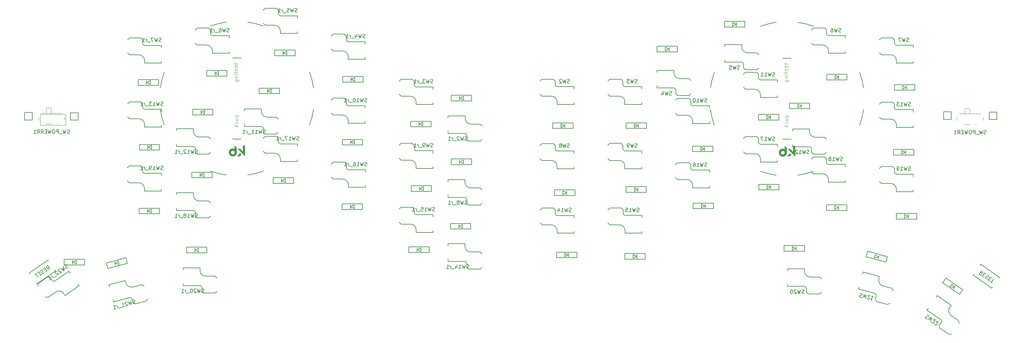
<source format=gbr>
%TF.GenerationSoftware,KiCad,Pcbnew,(6.0.5-0)*%
%TF.CreationDate,2023-01-31T11:57:14-08:00*%
%TF.ProjectId,Swept_3x6,53776570-745f-4337-9836-2e6b69636164,rev?*%
%TF.SameCoordinates,Original*%
%TF.FileFunction,Legend,Bot*%
%TF.FilePolarity,Positive*%
%FSLAX46Y46*%
G04 Gerber Fmt 4.6, Leading zero omitted, Abs format (unit mm)*
G04 Created by KiCad (PCBNEW (6.0.5-0)) date 2023-01-31 11:57:14*
%MOMM*%
%LPD*%
G01*
G04 APERTURE LIST*
%ADD10C,0.120000*%
%ADD11C,0.150000*%
%ADD12C,0.100000*%
%ADD13C,0.200000*%
%ADD14C,0.010000*%
G04 APERTURE END LIST*
D10*
X23182600Y-47055800D02*
X29913600Y-47055800D01*
X29913600Y-47055800D02*
X29913600Y-49976800D01*
X29913600Y-49976800D02*
X23182600Y-49976800D01*
X23182600Y-49976800D02*
X23182600Y-47055800D01*
D11*
%TO.C,SW16*%
X200031123Y-60907561D02*
X199888266Y-60955180D01*
X199650171Y-60955180D01*
X199554933Y-60907561D01*
X199507314Y-60859942D01*
X199459695Y-60764704D01*
X199459695Y-60669466D01*
X199507314Y-60574228D01*
X199554933Y-60526609D01*
X199650171Y-60478990D01*
X199840647Y-60431371D01*
X199935885Y-60383752D01*
X199983504Y-60336133D01*
X200031123Y-60240895D01*
X200031123Y-60145657D01*
X199983504Y-60050419D01*
X199935885Y-60002800D01*
X199840647Y-59955180D01*
X199602552Y-59955180D01*
X199459695Y-60002800D01*
X199126361Y-59955180D02*
X198888266Y-60955180D01*
X198697790Y-60240895D01*
X198507314Y-60955180D01*
X198269219Y-59955180D01*
X197364457Y-60955180D02*
X197935885Y-60955180D01*
X197650171Y-60955180D02*
X197650171Y-59955180D01*
X197745409Y-60098038D01*
X197840647Y-60193276D01*
X197935885Y-60240895D01*
X196507314Y-59955180D02*
X196697790Y-59955180D01*
X196793028Y-60002800D01*
X196840647Y-60050419D01*
X196935885Y-60193276D01*
X196983504Y-60383752D01*
X196983504Y-60764704D01*
X196935885Y-60859942D01*
X196888266Y-60907561D01*
X196793028Y-60955180D01*
X196602552Y-60955180D01*
X196507314Y-60907561D01*
X196459695Y-60859942D01*
X196412076Y-60764704D01*
X196412076Y-60526609D01*
X196459695Y-60431371D01*
X196507314Y-60383752D01*
X196602552Y-60336133D01*
X196793028Y-60336133D01*
X196888266Y-60383752D01*
X196935885Y-60431371D01*
X196983504Y-60526609D01*
%TO.C,SW20*%
X225837523Y-94664161D02*
X225694666Y-94711780D01*
X225456571Y-94711780D01*
X225361333Y-94664161D01*
X225313714Y-94616542D01*
X225266095Y-94521304D01*
X225266095Y-94426066D01*
X225313714Y-94330828D01*
X225361333Y-94283209D01*
X225456571Y-94235590D01*
X225647047Y-94187971D01*
X225742285Y-94140352D01*
X225789904Y-94092733D01*
X225837523Y-93997495D01*
X225837523Y-93902257D01*
X225789904Y-93807019D01*
X225742285Y-93759400D01*
X225647047Y-93711780D01*
X225408952Y-93711780D01*
X225266095Y-93759400D01*
X224932761Y-93711780D02*
X224694666Y-94711780D01*
X224504190Y-93997495D01*
X224313714Y-94711780D01*
X224075619Y-93711780D01*
X223742285Y-93807019D02*
X223694666Y-93759400D01*
X223599428Y-93711780D01*
X223361333Y-93711780D01*
X223266095Y-93759400D01*
X223218476Y-93807019D01*
X223170857Y-93902257D01*
X223170857Y-93997495D01*
X223218476Y-94140352D01*
X223789904Y-94711780D01*
X223170857Y-94711780D01*
X222551809Y-93711780D02*
X222456571Y-93711780D01*
X222361333Y-93759400D01*
X222313714Y-93807019D01*
X222266095Y-93902257D01*
X222218476Y-94092733D01*
X222218476Y-94330828D01*
X222266095Y-94521304D01*
X222313714Y-94616542D01*
X222361333Y-94664161D01*
X222456571Y-94711780D01*
X222551809Y-94711780D01*
X222647047Y-94664161D01*
X222694666Y-94616542D01*
X222742285Y-94521304D01*
X222789904Y-94330828D01*
X222789904Y-94092733D01*
X222742285Y-93902257D01*
X222694666Y-93807019D01*
X222647047Y-93759400D01*
X222551809Y-93711780D01*
%TO.C,SW15*%
X182073323Y-72921761D02*
X181930466Y-72969380D01*
X181692371Y-72969380D01*
X181597133Y-72921761D01*
X181549514Y-72874142D01*
X181501895Y-72778904D01*
X181501895Y-72683666D01*
X181549514Y-72588428D01*
X181597133Y-72540809D01*
X181692371Y-72493190D01*
X181882847Y-72445571D01*
X181978085Y-72397952D01*
X182025704Y-72350333D01*
X182073323Y-72255095D01*
X182073323Y-72159857D01*
X182025704Y-72064619D01*
X181978085Y-72017000D01*
X181882847Y-71969380D01*
X181644752Y-71969380D01*
X181501895Y-72017000D01*
X181168561Y-71969380D02*
X180930466Y-72969380D01*
X180739990Y-72255095D01*
X180549514Y-72969380D01*
X180311419Y-71969380D01*
X179406657Y-72969380D02*
X179978085Y-72969380D01*
X179692371Y-72969380D02*
X179692371Y-71969380D01*
X179787609Y-72112238D01*
X179882847Y-72207476D01*
X179978085Y-72255095D01*
X178501895Y-71969380D02*
X178978085Y-71969380D01*
X179025704Y-72445571D01*
X178978085Y-72397952D01*
X178882847Y-72350333D01*
X178644752Y-72350333D01*
X178549514Y-72397952D01*
X178501895Y-72445571D01*
X178454276Y-72540809D01*
X178454276Y-72778904D01*
X178501895Y-72874142D01*
X178549514Y-72921761D01*
X178644752Y-72969380D01*
X178882847Y-72969380D01*
X178978085Y-72921761D01*
X179025704Y-72874142D01*
%TO.C,SW21*%
X240757153Y-94707794D02*
X240907467Y-94698772D01*
X241137449Y-94760396D01*
X241217117Y-94831041D01*
X241250789Y-94889363D01*
X241272136Y-94993680D01*
X241247487Y-95085673D01*
X241176841Y-95165341D01*
X241118520Y-95199013D01*
X241014202Y-95220360D01*
X240817892Y-95217058D01*
X240713574Y-95238405D01*
X240655253Y-95272077D01*
X240584607Y-95351745D01*
X240559957Y-95443738D01*
X240581304Y-95548055D01*
X240614976Y-95606377D01*
X240694644Y-95677023D01*
X240924627Y-95738646D01*
X241074941Y-95729624D01*
X241384591Y-95861893D02*
X241873393Y-94957591D01*
X241872508Y-95696837D01*
X242241364Y-95056189D01*
X242212528Y-96083738D01*
X242559153Y-96078018D02*
X242592824Y-96136339D01*
X242672492Y-96206985D01*
X242902475Y-96268609D01*
X243006792Y-96247262D01*
X243065114Y-96213590D01*
X243135760Y-96133922D01*
X243160409Y-96041929D01*
X243151387Y-95891615D01*
X242747326Y-95191761D01*
X243345280Y-95351982D01*
X244265209Y-95598476D02*
X243713251Y-95450580D01*
X243989230Y-95524528D02*
X243730411Y-96490454D01*
X243675392Y-96327815D01*
X243608049Y-96211173D01*
X243528381Y-96140527D01*
%TO.C,SW17*%
X218039723Y-54024161D02*
X217896866Y-54071780D01*
X217658771Y-54071780D01*
X217563533Y-54024161D01*
X217515914Y-53976542D01*
X217468295Y-53881304D01*
X217468295Y-53786066D01*
X217515914Y-53690828D01*
X217563533Y-53643209D01*
X217658771Y-53595590D01*
X217849247Y-53547971D01*
X217944485Y-53500352D01*
X217992104Y-53452733D01*
X218039723Y-53357495D01*
X218039723Y-53262257D01*
X217992104Y-53167019D01*
X217944485Y-53119400D01*
X217849247Y-53071780D01*
X217611152Y-53071780D01*
X217468295Y-53119400D01*
X217134961Y-53071780D02*
X216896866Y-54071780D01*
X216706390Y-53357495D01*
X216515914Y-54071780D01*
X216277819Y-53071780D01*
X215373057Y-54071780D02*
X215944485Y-54071780D01*
X215658771Y-54071780D02*
X215658771Y-53071780D01*
X215754009Y-53214638D01*
X215849247Y-53309876D01*
X215944485Y-53357495D01*
X215039723Y-53071780D02*
X214373057Y-53071780D01*
X214801628Y-54071780D01*
%TO.C,SW18*%
X236048323Y-59383561D02*
X235905466Y-59431180D01*
X235667371Y-59431180D01*
X235572133Y-59383561D01*
X235524514Y-59335942D01*
X235476895Y-59240704D01*
X235476895Y-59145466D01*
X235524514Y-59050228D01*
X235572133Y-59002609D01*
X235667371Y-58954990D01*
X235857847Y-58907371D01*
X235953085Y-58859752D01*
X236000704Y-58812133D01*
X236048323Y-58716895D01*
X236048323Y-58621657D01*
X236000704Y-58526419D01*
X235953085Y-58478800D01*
X235857847Y-58431180D01*
X235619752Y-58431180D01*
X235476895Y-58478800D01*
X235143561Y-58431180D02*
X234905466Y-59431180D01*
X234714990Y-58716895D01*
X234524514Y-59431180D01*
X234286419Y-58431180D01*
X233381657Y-59431180D02*
X233953085Y-59431180D01*
X233667371Y-59431180D02*
X233667371Y-58431180D01*
X233762609Y-58574038D01*
X233857847Y-58669276D01*
X233953085Y-58716895D01*
X232810228Y-58859752D02*
X232905466Y-58812133D01*
X232953085Y-58764514D01*
X233000704Y-58669276D01*
X233000704Y-58621657D01*
X232953085Y-58526419D01*
X232905466Y-58478800D01*
X232810228Y-58431180D01*
X232619752Y-58431180D01*
X232524514Y-58478800D01*
X232476895Y-58526419D01*
X232429276Y-58621657D01*
X232429276Y-58669276D01*
X232476895Y-58764514D01*
X232524514Y-58812133D01*
X232619752Y-58859752D01*
X232810228Y-58859752D01*
X232905466Y-58907371D01*
X232953085Y-58954990D01*
X233000704Y-59050228D01*
X233000704Y-59240704D01*
X232953085Y-59335942D01*
X232905466Y-59383561D01*
X232810228Y-59431180D01*
X232619752Y-59431180D01*
X232524514Y-59383561D01*
X232476895Y-59335942D01*
X232429276Y-59240704D01*
X232429276Y-59050228D01*
X232476895Y-58954990D01*
X232524514Y-58907371D01*
X232619752Y-58859752D01*
%TO.C,SW4*%
X190690333Y-41908361D02*
X190547476Y-41955980D01*
X190309380Y-41955980D01*
X190214142Y-41908361D01*
X190166523Y-41860742D01*
X190118904Y-41765504D01*
X190118904Y-41670266D01*
X190166523Y-41575028D01*
X190214142Y-41527409D01*
X190309380Y-41479790D01*
X190499857Y-41432171D01*
X190595095Y-41384552D01*
X190642714Y-41336933D01*
X190690333Y-41241695D01*
X190690333Y-41146457D01*
X190642714Y-41051219D01*
X190595095Y-41003600D01*
X190499857Y-40955980D01*
X190261761Y-40955980D01*
X190118904Y-41003600D01*
X189785571Y-40955980D02*
X189547476Y-41955980D01*
X189357000Y-41241695D01*
X189166523Y-41955980D01*
X188928428Y-40955980D01*
X188118904Y-41289314D02*
X188118904Y-41955980D01*
X188357000Y-40908361D02*
X188595095Y-41622647D01*
X187976047Y-41622647D01*
%TO.C,SW3*%
X181571733Y-38707961D02*
X181428876Y-38755580D01*
X181190780Y-38755580D01*
X181095542Y-38707961D01*
X181047923Y-38660342D01*
X181000304Y-38565104D01*
X181000304Y-38469866D01*
X181047923Y-38374628D01*
X181095542Y-38327009D01*
X181190780Y-38279390D01*
X181381257Y-38231771D01*
X181476495Y-38184152D01*
X181524114Y-38136533D01*
X181571733Y-38041295D01*
X181571733Y-37946057D01*
X181524114Y-37850819D01*
X181476495Y-37803200D01*
X181381257Y-37755580D01*
X181143161Y-37755580D01*
X181000304Y-37803200D01*
X180666971Y-37755580D02*
X180428876Y-38755580D01*
X180238400Y-38041295D01*
X180047923Y-38755580D01*
X179809828Y-37755580D01*
X179524114Y-37755580D02*
X178905066Y-37755580D01*
X179238400Y-38136533D01*
X179095542Y-38136533D01*
X179000304Y-38184152D01*
X178952685Y-38231771D01*
X178905066Y-38327009D01*
X178905066Y-38565104D01*
X178952685Y-38660342D01*
X179000304Y-38707961D01*
X179095542Y-38755580D01*
X179381257Y-38755580D01*
X179476495Y-38707961D01*
X179524114Y-38660342D01*
%TO.C,SW9*%
X181571733Y-55802161D02*
X181428876Y-55849780D01*
X181190780Y-55849780D01*
X181095542Y-55802161D01*
X181047923Y-55754542D01*
X181000304Y-55659304D01*
X181000304Y-55564066D01*
X181047923Y-55468828D01*
X181095542Y-55421209D01*
X181190780Y-55373590D01*
X181381257Y-55325971D01*
X181476495Y-55278352D01*
X181524114Y-55230733D01*
X181571733Y-55135495D01*
X181571733Y-55040257D01*
X181524114Y-54945019D01*
X181476495Y-54897400D01*
X181381257Y-54849780D01*
X181143161Y-54849780D01*
X181000304Y-54897400D01*
X180666971Y-54849780D02*
X180428876Y-55849780D01*
X180238400Y-55135495D01*
X180047923Y-55849780D01*
X179809828Y-54849780D01*
X179381257Y-55849780D02*
X179190780Y-55849780D01*
X179095542Y-55802161D01*
X179047923Y-55754542D01*
X178952685Y-55611685D01*
X178905066Y-55421209D01*
X178905066Y-55040257D01*
X178952685Y-54945019D01*
X179000304Y-54897400D01*
X179095542Y-54849780D01*
X179286019Y-54849780D01*
X179381257Y-54897400D01*
X179428876Y-54945019D01*
X179476495Y-55040257D01*
X179476495Y-55278352D01*
X179428876Y-55373590D01*
X179381257Y-55421209D01*
X179286019Y-55468828D01*
X179095542Y-55468828D01*
X179000304Y-55421209D01*
X178952685Y-55373590D01*
X178905066Y-55278352D01*
%TO.C,SW14*%
X164064723Y-72947161D02*
X163921866Y-72994780D01*
X163683771Y-72994780D01*
X163588533Y-72947161D01*
X163540914Y-72899542D01*
X163493295Y-72804304D01*
X163493295Y-72709066D01*
X163540914Y-72613828D01*
X163588533Y-72566209D01*
X163683771Y-72518590D01*
X163874247Y-72470971D01*
X163969485Y-72423352D01*
X164017104Y-72375733D01*
X164064723Y-72280495D01*
X164064723Y-72185257D01*
X164017104Y-72090019D01*
X163969485Y-72042400D01*
X163874247Y-71994780D01*
X163636152Y-71994780D01*
X163493295Y-72042400D01*
X163159961Y-71994780D02*
X162921866Y-72994780D01*
X162731390Y-72280495D01*
X162540914Y-72994780D01*
X162302819Y-71994780D01*
X161398057Y-72994780D02*
X161969485Y-72994780D01*
X161683771Y-72994780D02*
X161683771Y-71994780D01*
X161779009Y-72137638D01*
X161874247Y-72232876D01*
X161969485Y-72280495D01*
X160540914Y-72328114D02*
X160540914Y-72994780D01*
X160779009Y-71947161D02*
X161017104Y-72661447D01*
X160398057Y-72661447D01*
%TO.C,SW12*%
X227158323Y-57503961D02*
X227015466Y-57551580D01*
X226777371Y-57551580D01*
X226682133Y-57503961D01*
X226634514Y-57456342D01*
X226586895Y-57361104D01*
X226586895Y-57265866D01*
X226634514Y-57170628D01*
X226682133Y-57123009D01*
X226777371Y-57075390D01*
X226967847Y-57027771D01*
X227063085Y-56980152D01*
X227110704Y-56932533D01*
X227158323Y-56837295D01*
X227158323Y-56742057D01*
X227110704Y-56646819D01*
X227063085Y-56599200D01*
X226967847Y-56551580D01*
X226729752Y-56551580D01*
X226586895Y-56599200D01*
X226253561Y-56551580D02*
X226015466Y-57551580D01*
X225824990Y-56837295D01*
X225634514Y-57551580D01*
X225396419Y-56551580D01*
X224491657Y-57551580D02*
X225063085Y-57551580D01*
X224777371Y-57551580D02*
X224777371Y-56551580D01*
X224872609Y-56694438D01*
X224967847Y-56789676D01*
X225063085Y-56837295D01*
X224110704Y-56646819D02*
X224063085Y-56599200D01*
X223967847Y-56551580D01*
X223729752Y-56551580D01*
X223634514Y-56599200D01*
X223586895Y-56646819D01*
X223539276Y-56742057D01*
X223539276Y-56837295D01*
X223586895Y-56980152D01*
X224158323Y-57551580D01*
X223539276Y-57551580D01*
%TO.C,SW11*%
X218039723Y-36904561D02*
X217896866Y-36952180D01*
X217658771Y-36952180D01*
X217563533Y-36904561D01*
X217515914Y-36856942D01*
X217468295Y-36761704D01*
X217468295Y-36666466D01*
X217515914Y-36571228D01*
X217563533Y-36523609D01*
X217658771Y-36475990D01*
X217849247Y-36428371D01*
X217944485Y-36380752D01*
X217992104Y-36333133D01*
X218039723Y-36237895D01*
X218039723Y-36142657D01*
X217992104Y-36047419D01*
X217944485Y-35999800D01*
X217849247Y-35952180D01*
X217611152Y-35952180D01*
X217468295Y-35999800D01*
X217134961Y-35952180D02*
X216896866Y-36952180D01*
X216706390Y-36237895D01*
X216515914Y-36952180D01*
X216277819Y-35952180D01*
X215373057Y-36952180D02*
X215944485Y-36952180D01*
X215658771Y-36952180D02*
X215658771Y-35952180D01*
X215754009Y-36095038D01*
X215849247Y-36190276D01*
X215944485Y-36237895D01*
X214420676Y-36952180D02*
X214992104Y-36952180D01*
X214706390Y-36952180D02*
X214706390Y-35952180D01*
X214801628Y-36095038D01*
X214896866Y-36190276D01*
X214992104Y-36237895D01*
%TO.C,SW8*%
X163563133Y-55827561D02*
X163420276Y-55875180D01*
X163182180Y-55875180D01*
X163086942Y-55827561D01*
X163039323Y-55779942D01*
X162991704Y-55684704D01*
X162991704Y-55589466D01*
X163039323Y-55494228D01*
X163086942Y-55446609D01*
X163182180Y-55398990D01*
X163372657Y-55351371D01*
X163467895Y-55303752D01*
X163515514Y-55256133D01*
X163563133Y-55160895D01*
X163563133Y-55065657D01*
X163515514Y-54970419D01*
X163467895Y-54922800D01*
X163372657Y-54875180D01*
X163134561Y-54875180D01*
X162991704Y-54922800D01*
X162658371Y-54875180D02*
X162420276Y-55875180D01*
X162229800Y-55160895D01*
X162039323Y-55875180D01*
X161801228Y-54875180D01*
X161277419Y-55303752D02*
X161372657Y-55256133D01*
X161420276Y-55208514D01*
X161467895Y-55113276D01*
X161467895Y-55065657D01*
X161420276Y-54970419D01*
X161372657Y-54922800D01*
X161277419Y-54875180D01*
X161086942Y-54875180D01*
X160991704Y-54922800D01*
X160944085Y-54970419D01*
X160896466Y-55065657D01*
X160896466Y-55113276D01*
X160944085Y-55208514D01*
X160991704Y-55256133D01*
X161086942Y-55303752D01*
X161277419Y-55303752D01*
X161372657Y-55351371D01*
X161420276Y-55398990D01*
X161467895Y-55494228D01*
X161467895Y-55684704D01*
X161420276Y-55779942D01*
X161372657Y-55827561D01*
X161277419Y-55875180D01*
X161086942Y-55875180D01*
X160991704Y-55827561D01*
X160944085Y-55779942D01*
X160896466Y-55684704D01*
X160896466Y-55494228D01*
X160944085Y-55398990D01*
X160991704Y-55351371D01*
X161086942Y-55303752D01*
%TO.C,SW6*%
X235597533Y-25144361D02*
X235454676Y-25191980D01*
X235216580Y-25191980D01*
X235121342Y-25144361D01*
X235073723Y-25096742D01*
X235026104Y-25001504D01*
X235026104Y-24906266D01*
X235073723Y-24811028D01*
X235121342Y-24763409D01*
X235216580Y-24715790D01*
X235407057Y-24668171D01*
X235502295Y-24620552D01*
X235549914Y-24572933D01*
X235597533Y-24477695D01*
X235597533Y-24382457D01*
X235549914Y-24287219D01*
X235502295Y-24239600D01*
X235407057Y-24191980D01*
X235168961Y-24191980D01*
X235026104Y-24239600D01*
X234692771Y-24191980D02*
X234454676Y-25191980D01*
X234264200Y-24477695D01*
X234073723Y-25191980D01*
X233835628Y-24191980D01*
X233026104Y-24191980D02*
X233216580Y-24191980D01*
X233311819Y-24239600D01*
X233359438Y-24287219D01*
X233454676Y-24430076D01*
X233502295Y-24620552D01*
X233502295Y-25001504D01*
X233454676Y-25096742D01*
X233407057Y-25144361D01*
X233311819Y-25191980D01*
X233121342Y-25191980D01*
X233026104Y-25144361D01*
X232978485Y-25096742D01*
X232930866Y-25001504D01*
X232930866Y-24763409D01*
X232978485Y-24668171D01*
X233026104Y-24620552D01*
X233121342Y-24572933D01*
X233311819Y-24572933D01*
X233407057Y-24620552D01*
X233454676Y-24668171D01*
X233502295Y-24763409D01*
%TO.C,SW5*%
X208698933Y-35050361D02*
X208556076Y-35097980D01*
X208317980Y-35097980D01*
X208222742Y-35050361D01*
X208175123Y-35002742D01*
X208127504Y-34907504D01*
X208127504Y-34812266D01*
X208175123Y-34717028D01*
X208222742Y-34669409D01*
X208317980Y-34621790D01*
X208508457Y-34574171D01*
X208603695Y-34526552D01*
X208651314Y-34478933D01*
X208698933Y-34383695D01*
X208698933Y-34288457D01*
X208651314Y-34193219D01*
X208603695Y-34145600D01*
X208508457Y-34097980D01*
X208270361Y-34097980D01*
X208127504Y-34145600D01*
X207794171Y-34097980D02*
X207556076Y-35097980D01*
X207365600Y-34383695D01*
X207175123Y-35097980D01*
X206937028Y-34097980D01*
X206079885Y-34097980D02*
X206556076Y-34097980D01*
X206603695Y-34574171D01*
X206556076Y-34526552D01*
X206460838Y-34478933D01*
X206222742Y-34478933D01*
X206127504Y-34526552D01*
X206079885Y-34574171D01*
X206032266Y-34669409D01*
X206032266Y-34907504D01*
X206079885Y-35002742D01*
X206127504Y-35050361D01*
X206222742Y-35097980D01*
X206460838Y-35097980D01*
X206556076Y-35050361D01*
X206603695Y-35002742D01*
%TO.C,SW2*%
X163563133Y-38707961D02*
X163420276Y-38755580D01*
X163182180Y-38755580D01*
X163086942Y-38707961D01*
X163039323Y-38660342D01*
X162991704Y-38565104D01*
X162991704Y-38469866D01*
X163039323Y-38374628D01*
X163086942Y-38327009D01*
X163182180Y-38279390D01*
X163372657Y-38231771D01*
X163467895Y-38184152D01*
X163515514Y-38136533D01*
X163563133Y-38041295D01*
X163563133Y-37946057D01*
X163515514Y-37850819D01*
X163467895Y-37803200D01*
X163372657Y-37755580D01*
X163134561Y-37755580D01*
X162991704Y-37803200D01*
X162658371Y-37755580D02*
X162420276Y-38755580D01*
X162229800Y-38041295D01*
X162039323Y-38755580D01*
X161801228Y-37755580D01*
X161467895Y-37850819D02*
X161420276Y-37803200D01*
X161325038Y-37755580D01*
X161086942Y-37755580D01*
X160991704Y-37803200D01*
X160944085Y-37850819D01*
X160896466Y-37946057D01*
X160896466Y-38041295D01*
X160944085Y-38184152D01*
X161515514Y-38755580D01*
X160896466Y-38755580D01*
%TO.C,RSW1*%
X273363786Y-88999223D02*
X272817603Y-89198103D01*
X272895699Y-88671465D02*
X272322122Y-89490617D01*
X272634180Y-89709123D01*
X272739508Y-89724742D01*
X272805828Y-89713048D01*
X272899462Y-89662346D01*
X272981401Y-89545325D01*
X272997021Y-89439997D01*
X272985326Y-89373677D01*
X272934625Y-89280043D01*
X272622567Y-89061538D01*
X273414406Y-89674121D02*
X273687457Y-89865313D01*
X274104923Y-89518173D02*
X273714851Y-89245042D01*
X273141274Y-90064194D01*
X273531347Y-90337325D01*
X274389668Y-89775686D02*
X274534003Y-89818618D01*
X274729039Y-89955184D01*
X274779740Y-90048818D01*
X274791435Y-90115138D01*
X274775815Y-90220466D01*
X274721189Y-90298480D01*
X274627556Y-90349181D01*
X274561235Y-90360875D01*
X274455907Y-90345256D01*
X274272565Y-90275011D01*
X274167238Y-90259392D01*
X274100917Y-90271086D01*
X274007284Y-90321787D01*
X273952657Y-90399802D01*
X273937038Y-90505129D01*
X273948732Y-90571450D01*
X273999434Y-90665083D01*
X274194470Y-90801649D01*
X274338805Y-90844581D01*
X274935688Y-90739335D02*
X275208739Y-90930527D01*
X275626206Y-90583387D02*
X275236133Y-90310255D01*
X274662557Y-91129407D01*
X275052629Y-91402539D01*
X275286673Y-91566418D02*
X275754760Y-91894176D01*
X276094293Y-90911145D02*
X275520716Y-91730297D01*
%TO.C,SW10*%
X200031123Y-43787961D02*
X199888266Y-43835580D01*
X199650171Y-43835580D01*
X199554933Y-43787961D01*
X199507314Y-43740342D01*
X199459695Y-43645104D01*
X199459695Y-43549866D01*
X199507314Y-43454628D01*
X199554933Y-43407009D01*
X199650171Y-43359390D01*
X199840647Y-43311771D01*
X199935885Y-43264152D01*
X199983504Y-43216533D01*
X200031123Y-43121295D01*
X200031123Y-43026057D01*
X199983504Y-42930819D01*
X199935885Y-42883200D01*
X199840647Y-42835580D01*
X199602552Y-42835580D01*
X199459695Y-42883200D01*
X199126361Y-42835580D02*
X198888266Y-43835580D01*
X198697790Y-43121295D01*
X198507314Y-43835580D01*
X198269219Y-42835580D01*
X197364457Y-43835580D02*
X197935885Y-43835580D01*
X197650171Y-43835580D02*
X197650171Y-42835580D01*
X197745409Y-42978438D01*
X197840647Y-43073676D01*
X197935885Y-43121295D01*
X196745409Y-42835580D02*
X196650171Y-42835580D01*
X196554933Y-42883200D01*
X196507314Y-42930819D01*
X196459695Y-43026057D01*
X196412076Y-43216533D01*
X196412076Y-43454628D01*
X196459695Y-43645104D01*
X196507314Y-43740342D01*
X196554933Y-43787961D01*
X196650171Y-43835580D01*
X196745409Y-43835580D01*
X196840647Y-43787961D01*
X196888266Y-43740342D01*
X196935885Y-43645104D01*
X196983504Y-43454628D01*
X196983504Y-43216533D01*
X196935885Y-43026057D01*
X196888266Y-42930819D01*
X196840647Y-42883200D01*
X196745409Y-42835580D01*
D12*
%TO.C,REF\u002A\u002A*%
X220833714Y-33514500D02*
X220833714Y-33895452D01*
X220500380Y-33657357D02*
X221357523Y-33657357D01*
X221452761Y-33704976D01*
X221500380Y-33800214D01*
X221500380Y-33895452D01*
X221452761Y-34609738D02*
X221500380Y-34514500D01*
X221500380Y-34324023D01*
X221452761Y-34228785D01*
X221357523Y-34181166D01*
X220976571Y-34181166D01*
X220881333Y-34228785D01*
X220833714Y-34324023D01*
X220833714Y-34514500D01*
X220881333Y-34609738D01*
X220976571Y-34657357D01*
X221071809Y-34657357D01*
X221167047Y-34181166D01*
X220833714Y-35085928D02*
X221500380Y-35085928D01*
X220928952Y-35085928D02*
X220881333Y-35133547D01*
X220833714Y-35228785D01*
X220833714Y-35371642D01*
X220881333Y-35466880D01*
X220976571Y-35514500D01*
X221500380Y-35514500D01*
X220833714Y-35847833D02*
X220833714Y-36228785D01*
X220500380Y-35990690D02*
X221357523Y-35990690D01*
X221452761Y-36038309D01*
X221500380Y-36133547D01*
X221500380Y-36228785D01*
X221500380Y-36562119D02*
X220833714Y-36562119D01*
X220500380Y-36562119D02*
X220548000Y-36514500D01*
X220595619Y-36562119D01*
X220548000Y-36609738D01*
X220500380Y-36562119D01*
X220595619Y-36562119D01*
X220833714Y-37038309D02*
X221500380Y-37038309D01*
X220928952Y-37038309D02*
X220881333Y-37085928D01*
X220833714Y-37181166D01*
X220833714Y-37324023D01*
X220881333Y-37419261D01*
X220976571Y-37466880D01*
X221500380Y-37466880D01*
X220833714Y-38371642D02*
X221643238Y-38371642D01*
X221738476Y-38324023D01*
X221786095Y-38276404D01*
X221833714Y-38181166D01*
X221833714Y-38038309D01*
X221786095Y-37943071D01*
X221452761Y-38371642D02*
X221500380Y-38276404D01*
X221500380Y-38085928D01*
X221452761Y-37990690D01*
X221405142Y-37943071D01*
X221309904Y-37895452D01*
X221024190Y-37895452D01*
X220928952Y-37943071D01*
X220881333Y-37990690D01*
X220833714Y-38085928D01*
X220833714Y-38276404D01*
X220881333Y-38371642D01*
X220897214Y-47468500D02*
X221897214Y-47468500D01*
X220944833Y-47468500D02*
X220897214Y-47563738D01*
X220897214Y-47754214D01*
X220944833Y-47849452D01*
X220992452Y-47897071D01*
X221087690Y-47944690D01*
X221373404Y-47944690D01*
X221468642Y-47897071D01*
X221516261Y-47849452D01*
X221563880Y-47754214D01*
X221563880Y-47563738D01*
X221516261Y-47468500D01*
X220897214Y-48801833D02*
X221563880Y-48801833D01*
X220897214Y-48373261D02*
X221421023Y-48373261D01*
X221516261Y-48420880D01*
X221563880Y-48516119D01*
X221563880Y-48658976D01*
X221516261Y-48754214D01*
X221468642Y-48801833D01*
X221516261Y-49706595D02*
X221563880Y-49611357D01*
X221563880Y-49420880D01*
X221516261Y-49325642D01*
X221468642Y-49278023D01*
X221373404Y-49230404D01*
X221087690Y-49230404D01*
X220992452Y-49278023D01*
X220944833Y-49325642D01*
X220897214Y-49420880D01*
X220897214Y-49611357D01*
X220944833Y-49706595D01*
X221563880Y-50135166D02*
X220563880Y-50135166D01*
X221182928Y-50230404D02*
X221563880Y-50516119D01*
X220897214Y-50516119D02*
X221278166Y-50135166D01*
D11*
%TO.C,SW17_r1*%
X91799990Y-53897161D02*
X91657133Y-53944780D01*
X91419038Y-53944780D01*
X91323800Y-53897161D01*
X91276180Y-53849542D01*
X91228561Y-53754304D01*
X91228561Y-53659066D01*
X91276180Y-53563828D01*
X91323800Y-53516209D01*
X91419038Y-53468590D01*
X91609514Y-53420971D01*
X91704752Y-53373352D01*
X91752371Y-53325733D01*
X91799990Y-53230495D01*
X91799990Y-53135257D01*
X91752371Y-53040019D01*
X91704752Y-52992400D01*
X91609514Y-52944780D01*
X91371419Y-52944780D01*
X91228561Y-52992400D01*
X90895228Y-52944780D02*
X90657133Y-53944780D01*
X90466657Y-53230495D01*
X90276180Y-53944780D01*
X90038085Y-52944780D01*
X89133323Y-53944780D02*
X89704752Y-53944780D01*
X89419038Y-53944780D02*
X89419038Y-52944780D01*
X89514276Y-53087638D01*
X89609514Y-53182876D01*
X89704752Y-53230495D01*
X88799990Y-52944780D02*
X88133323Y-52944780D01*
X88561895Y-53944780D01*
X87990466Y-54040019D02*
X87228561Y-54040019D01*
X86990466Y-53944780D02*
X86990466Y-53278114D01*
X86990466Y-53468590D02*
X86942847Y-53373352D01*
X86895228Y-53325733D01*
X86799990Y-53278114D01*
X86704752Y-53278114D01*
X85847609Y-53944780D02*
X86419038Y-53944780D01*
X86133323Y-53944780D02*
X86133323Y-52944780D01*
X86228561Y-53087638D01*
X86323800Y-53182876D01*
X86419038Y-53230495D01*
%TO.C,SW11_r1*%
X82884590Y-52144561D02*
X82741733Y-52192180D01*
X82503638Y-52192180D01*
X82408400Y-52144561D01*
X82360780Y-52096942D01*
X82313161Y-52001704D01*
X82313161Y-51906466D01*
X82360780Y-51811228D01*
X82408400Y-51763609D01*
X82503638Y-51715990D01*
X82694114Y-51668371D01*
X82789352Y-51620752D01*
X82836971Y-51573133D01*
X82884590Y-51477895D01*
X82884590Y-51382657D01*
X82836971Y-51287419D01*
X82789352Y-51239800D01*
X82694114Y-51192180D01*
X82456019Y-51192180D01*
X82313161Y-51239800D01*
X81979828Y-51192180D02*
X81741733Y-52192180D01*
X81551257Y-51477895D01*
X81360780Y-52192180D01*
X81122685Y-51192180D01*
X80217923Y-52192180D02*
X80789352Y-52192180D01*
X80503638Y-52192180D02*
X80503638Y-51192180D01*
X80598876Y-51335038D01*
X80694114Y-51430276D01*
X80789352Y-51477895D01*
X79265542Y-52192180D02*
X79836971Y-52192180D01*
X79551257Y-52192180D02*
X79551257Y-51192180D01*
X79646495Y-51335038D01*
X79741733Y-51430276D01*
X79836971Y-51477895D01*
X79075066Y-52287419D02*
X78313161Y-52287419D01*
X78075066Y-52192180D02*
X78075066Y-51525514D01*
X78075066Y-51715990D02*
X78027447Y-51620752D01*
X77979828Y-51573133D01*
X77884590Y-51525514D01*
X77789352Y-51525514D01*
X76932209Y-52192180D02*
X77503638Y-52192180D01*
X77217923Y-52192180D02*
X77217923Y-51192180D01*
X77313161Y-51335038D01*
X77408400Y-51430276D01*
X77503638Y-51477895D01*
%TO.C,SW15_r1*%
X127817190Y-72743961D02*
X127674333Y-72791580D01*
X127436238Y-72791580D01*
X127341000Y-72743961D01*
X127293380Y-72696342D01*
X127245761Y-72601104D01*
X127245761Y-72505866D01*
X127293380Y-72410628D01*
X127341000Y-72363009D01*
X127436238Y-72315390D01*
X127626714Y-72267771D01*
X127721952Y-72220152D01*
X127769571Y-72172533D01*
X127817190Y-72077295D01*
X127817190Y-71982057D01*
X127769571Y-71886819D01*
X127721952Y-71839200D01*
X127626714Y-71791580D01*
X127388619Y-71791580D01*
X127245761Y-71839200D01*
X126912428Y-71791580D02*
X126674333Y-72791580D01*
X126483857Y-72077295D01*
X126293380Y-72791580D01*
X126055285Y-71791580D01*
X125150523Y-72791580D02*
X125721952Y-72791580D01*
X125436238Y-72791580D02*
X125436238Y-71791580D01*
X125531476Y-71934438D01*
X125626714Y-72029676D01*
X125721952Y-72077295D01*
X124245761Y-71791580D02*
X124721952Y-71791580D01*
X124769571Y-72267771D01*
X124721952Y-72220152D01*
X124626714Y-72172533D01*
X124388619Y-72172533D01*
X124293380Y-72220152D01*
X124245761Y-72267771D01*
X124198142Y-72363009D01*
X124198142Y-72601104D01*
X124245761Y-72696342D01*
X124293380Y-72743961D01*
X124388619Y-72791580D01*
X124626714Y-72791580D01*
X124721952Y-72743961D01*
X124769571Y-72696342D01*
X124007666Y-72886819D02*
X123245761Y-72886819D01*
X123007666Y-72791580D02*
X123007666Y-72124914D01*
X123007666Y-72315390D02*
X122960047Y-72220152D01*
X122912428Y-72172533D01*
X122817190Y-72124914D01*
X122721952Y-72124914D01*
X121864809Y-72791580D02*
X122436238Y-72791580D01*
X122150523Y-72791580D02*
X122150523Y-71791580D01*
X122245761Y-71934438D01*
X122341000Y-72029676D01*
X122436238Y-72077295D01*
%TO.C,SW18_r1*%
X64875990Y-74445761D02*
X64733133Y-74493380D01*
X64495038Y-74493380D01*
X64399800Y-74445761D01*
X64352180Y-74398142D01*
X64304561Y-74302904D01*
X64304561Y-74207666D01*
X64352180Y-74112428D01*
X64399800Y-74064809D01*
X64495038Y-74017190D01*
X64685514Y-73969571D01*
X64780752Y-73921952D01*
X64828371Y-73874333D01*
X64875990Y-73779095D01*
X64875990Y-73683857D01*
X64828371Y-73588619D01*
X64780752Y-73541000D01*
X64685514Y-73493380D01*
X64447419Y-73493380D01*
X64304561Y-73541000D01*
X63971228Y-73493380D02*
X63733133Y-74493380D01*
X63542657Y-73779095D01*
X63352180Y-74493380D01*
X63114085Y-73493380D01*
X62209323Y-74493380D02*
X62780752Y-74493380D01*
X62495038Y-74493380D02*
X62495038Y-73493380D01*
X62590276Y-73636238D01*
X62685514Y-73731476D01*
X62780752Y-73779095D01*
X61637895Y-73921952D02*
X61733133Y-73874333D01*
X61780752Y-73826714D01*
X61828371Y-73731476D01*
X61828371Y-73683857D01*
X61780752Y-73588619D01*
X61733133Y-73541000D01*
X61637895Y-73493380D01*
X61447419Y-73493380D01*
X61352180Y-73541000D01*
X61304561Y-73588619D01*
X61256942Y-73683857D01*
X61256942Y-73731476D01*
X61304561Y-73826714D01*
X61352180Y-73874333D01*
X61447419Y-73921952D01*
X61637895Y-73921952D01*
X61733133Y-73969571D01*
X61780752Y-74017190D01*
X61828371Y-74112428D01*
X61828371Y-74302904D01*
X61780752Y-74398142D01*
X61733133Y-74445761D01*
X61637895Y-74493380D01*
X61447419Y-74493380D01*
X61352180Y-74445761D01*
X61304561Y-74398142D01*
X61256942Y-74302904D01*
X61256942Y-74112428D01*
X61304561Y-74017190D01*
X61352180Y-73969571D01*
X61447419Y-73921952D01*
X61066466Y-74588619D02*
X60304561Y-74588619D01*
X60066466Y-74493380D02*
X60066466Y-73826714D01*
X60066466Y-74017190D02*
X60018847Y-73921952D01*
X59971228Y-73874333D01*
X59875990Y-73826714D01*
X59780752Y-73826714D01*
X58923609Y-74493380D02*
X59495038Y-74493380D01*
X59209323Y-74493380D02*
X59209323Y-73493380D01*
X59304561Y-73636238D01*
X59399800Y-73731476D01*
X59495038Y-73779095D01*
%TO.C,SW6_r1*%
X73289800Y-25144361D02*
X73146942Y-25191980D01*
X72908847Y-25191980D01*
X72813609Y-25144361D01*
X72765990Y-25096742D01*
X72718371Y-25001504D01*
X72718371Y-24906266D01*
X72765990Y-24811028D01*
X72813609Y-24763409D01*
X72908847Y-24715790D01*
X73099323Y-24668171D01*
X73194561Y-24620552D01*
X73242180Y-24572933D01*
X73289800Y-24477695D01*
X73289800Y-24382457D01*
X73242180Y-24287219D01*
X73194561Y-24239600D01*
X73099323Y-24191980D01*
X72861228Y-24191980D01*
X72718371Y-24239600D01*
X72385038Y-24191980D02*
X72146942Y-25191980D01*
X71956466Y-24477695D01*
X71765990Y-25191980D01*
X71527895Y-24191980D01*
X70718371Y-24191980D02*
X70908847Y-24191980D01*
X71004085Y-24239600D01*
X71051704Y-24287219D01*
X71146942Y-24430076D01*
X71194561Y-24620552D01*
X71194561Y-25001504D01*
X71146942Y-25096742D01*
X71099323Y-25144361D01*
X71004085Y-25191980D01*
X70813609Y-25191980D01*
X70718371Y-25144361D01*
X70670752Y-25096742D01*
X70623133Y-25001504D01*
X70623133Y-24763409D01*
X70670752Y-24668171D01*
X70718371Y-24620552D01*
X70813609Y-24572933D01*
X71004085Y-24572933D01*
X71099323Y-24620552D01*
X71146942Y-24668171D01*
X71194561Y-24763409D01*
X70432657Y-25287219D02*
X69670752Y-25287219D01*
X69432657Y-25191980D02*
X69432657Y-24525314D01*
X69432657Y-24715790D02*
X69385038Y-24620552D01*
X69337419Y-24572933D01*
X69242180Y-24525314D01*
X69146942Y-24525314D01*
X68289800Y-25191980D02*
X68861228Y-25191980D01*
X68575514Y-25191980D02*
X68575514Y-24191980D01*
X68670752Y-24334838D01*
X68765990Y-24430076D01*
X68861228Y-24477695D01*
%TO.C,SW5_r1*%
X91323800Y-19886561D02*
X91180942Y-19934180D01*
X90942847Y-19934180D01*
X90847609Y-19886561D01*
X90799990Y-19838942D01*
X90752371Y-19743704D01*
X90752371Y-19648466D01*
X90799990Y-19553228D01*
X90847609Y-19505609D01*
X90942847Y-19457990D01*
X91133323Y-19410371D01*
X91228561Y-19362752D01*
X91276180Y-19315133D01*
X91323800Y-19219895D01*
X91323800Y-19124657D01*
X91276180Y-19029419D01*
X91228561Y-18981800D01*
X91133323Y-18934180D01*
X90895228Y-18934180D01*
X90752371Y-18981800D01*
X90419038Y-18934180D02*
X90180942Y-19934180D01*
X89990466Y-19219895D01*
X89799990Y-19934180D01*
X89561895Y-18934180D01*
X88704752Y-18934180D02*
X89180942Y-18934180D01*
X89228561Y-19410371D01*
X89180942Y-19362752D01*
X89085704Y-19315133D01*
X88847609Y-19315133D01*
X88752371Y-19362752D01*
X88704752Y-19410371D01*
X88657133Y-19505609D01*
X88657133Y-19743704D01*
X88704752Y-19838942D01*
X88752371Y-19886561D01*
X88847609Y-19934180D01*
X89085704Y-19934180D01*
X89180942Y-19886561D01*
X89228561Y-19838942D01*
X88466657Y-20029419D02*
X87704752Y-20029419D01*
X87466657Y-19934180D02*
X87466657Y-19267514D01*
X87466657Y-19457990D02*
X87419038Y-19362752D01*
X87371419Y-19315133D01*
X87276180Y-19267514D01*
X87180942Y-19267514D01*
X86323800Y-19934180D02*
X86895228Y-19934180D01*
X86609514Y-19934180D02*
X86609514Y-18934180D01*
X86704752Y-19077038D01*
X86799990Y-19172276D01*
X86895228Y-19219895D01*
%TO.C,SW2_r1*%
X136459600Y-53998761D02*
X136316742Y-54046380D01*
X136078647Y-54046380D01*
X135983409Y-53998761D01*
X135935790Y-53951142D01*
X135888171Y-53855904D01*
X135888171Y-53760666D01*
X135935790Y-53665428D01*
X135983409Y-53617809D01*
X136078647Y-53570190D01*
X136269123Y-53522571D01*
X136364361Y-53474952D01*
X136411980Y-53427333D01*
X136459600Y-53332095D01*
X136459600Y-53236857D01*
X136411980Y-53141619D01*
X136364361Y-53094000D01*
X136269123Y-53046380D01*
X136031028Y-53046380D01*
X135888171Y-53094000D01*
X135554838Y-53046380D02*
X135316742Y-54046380D01*
X135126266Y-53332095D01*
X134935790Y-54046380D01*
X134697695Y-53046380D01*
X134364361Y-53141619D02*
X134316742Y-53094000D01*
X134221504Y-53046380D01*
X133983409Y-53046380D01*
X133888171Y-53094000D01*
X133840552Y-53141619D01*
X133792933Y-53236857D01*
X133792933Y-53332095D01*
X133840552Y-53474952D01*
X134411980Y-54046380D01*
X133792933Y-54046380D01*
X133602457Y-54141619D02*
X132840552Y-54141619D01*
X132602457Y-54046380D02*
X132602457Y-53379714D01*
X132602457Y-53570190D02*
X132554838Y-53474952D01*
X132507219Y-53427333D01*
X132411980Y-53379714D01*
X132316742Y-53379714D01*
X131459600Y-54046380D02*
X132031028Y-54046380D01*
X131745314Y-54046380D02*
X131745314Y-53046380D01*
X131840552Y-53189238D01*
X131935790Y-53284476D01*
X132031028Y-53332095D01*
%TO.C,SW16_r1*%
X109833990Y-60780561D02*
X109691133Y-60828180D01*
X109453038Y-60828180D01*
X109357800Y-60780561D01*
X109310180Y-60732942D01*
X109262561Y-60637704D01*
X109262561Y-60542466D01*
X109310180Y-60447228D01*
X109357800Y-60399609D01*
X109453038Y-60351990D01*
X109643514Y-60304371D01*
X109738752Y-60256752D01*
X109786371Y-60209133D01*
X109833990Y-60113895D01*
X109833990Y-60018657D01*
X109786371Y-59923419D01*
X109738752Y-59875800D01*
X109643514Y-59828180D01*
X109405419Y-59828180D01*
X109262561Y-59875800D01*
X108929228Y-59828180D02*
X108691133Y-60828180D01*
X108500657Y-60113895D01*
X108310180Y-60828180D01*
X108072085Y-59828180D01*
X107167323Y-60828180D02*
X107738752Y-60828180D01*
X107453038Y-60828180D02*
X107453038Y-59828180D01*
X107548276Y-59971038D01*
X107643514Y-60066276D01*
X107738752Y-60113895D01*
X106310180Y-59828180D02*
X106500657Y-59828180D01*
X106595895Y-59875800D01*
X106643514Y-59923419D01*
X106738752Y-60066276D01*
X106786371Y-60256752D01*
X106786371Y-60637704D01*
X106738752Y-60732942D01*
X106691133Y-60780561D01*
X106595895Y-60828180D01*
X106405419Y-60828180D01*
X106310180Y-60780561D01*
X106262561Y-60732942D01*
X106214942Y-60637704D01*
X106214942Y-60399609D01*
X106262561Y-60304371D01*
X106310180Y-60256752D01*
X106405419Y-60209133D01*
X106595895Y-60209133D01*
X106691133Y-60256752D01*
X106738752Y-60304371D01*
X106786371Y-60399609D01*
X106024466Y-60923419D02*
X105262561Y-60923419D01*
X105024466Y-60828180D02*
X105024466Y-60161514D01*
X105024466Y-60351990D02*
X104976847Y-60256752D01*
X104929228Y-60209133D01*
X104833990Y-60161514D01*
X104738752Y-60161514D01*
X103881609Y-60828180D02*
X104453038Y-60828180D01*
X104167323Y-60828180D02*
X104167323Y-59828180D01*
X104262561Y-59971038D01*
X104357800Y-60066276D01*
X104453038Y-60113895D01*
%TO.C,SW4_r1*%
X109332400Y-26719161D02*
X109189542Y-26766780D01*
X108951447Y-26766780D01*
X108856209Y-26719161D01*
X108808590Y-26671542D01*
X108760971Y-26576304D01*
X108760971Y-26481066D01*
X108808590Y-26385828D01*
X108856209Y-26338209D01*
X108951447Y-26290590D01*
X109141923Y-26242971D01*
X109237161Y-26195352D01*
X109284780Y-26147733D01*
X109332400Y-26052495D01*
X109332400Y-25957257D01*
X109284780Y-25862019D01*
X109237161Y-25814400D01*
X109141923Y-25766780D01*
X108903828Y-25766780D01*
X108760971Y-25814400D01*
X108427638Y-25766780D02*
X108189542Y-26766780D01*
X107999066Y-26052495D01*
X107808590Y-26766780D01*
X107570495Y-25766780D01*
X106760971Y-26100114D02*
X106760971Y-26766780D01*
X106999066Y-25719161D02*
X107237161Y-26433447D01*
X106618114Y-26433447D01*
X106475257Y-26862019D02*
X105713352Y-26862019D01*
X105475257Y-26766780D02*
X105475257Y-26100114D01*
X105475257Y-26290590D02*
X105427638Y-26195352D01*
X105380019Y-26147733D01*
X105284780Y-26100114D01*
X105189542Y-26100114D01*
X104332400Y-26766780D02*
X104903828Y-26766780D01*
X104618114Y-26766780D02*
X104618114Y-25766780D01*
X104713352Y-25909638D01*
X104808590Y-26004876D01*
X104903828Y-26052495D01*
%TO.C,SW13_r1*%
X55757390Y-44727761D02*
X55614533Y-44775380D01*
X55376438Y-44775380D01*
X55281200Y-44727761D01*
X55233580Y-44680142D01*
X55185961Y-44584904D01*
X55185961Y-44489666D01*
X55233580Y-44394428D01*
X55281200Y-44346809D01*
X55376438Y-44299190D01*
X55566914Y-44251571D01*
X55662152Y-44203952D01*
X55709771Y-44156333D01*
X55757390Y-44061095D01*
X55757390Y-43965857D01*
X55709771Y-43870619D01*
X55662152Y-43823000D01*
X55566914Y-43775380D01*
X55328819Y-43775380D01*
X55185961Y-43823000D01*
X54852628Y-43775380D02*
X54614533Y-44775380D01*
X54424057Y-44061095D01*
X54233580Y-44775380D01*
X53995485Y-43775380D01*
X53090723Y-44775380D02*
X53662152Y-44775380D01*
X53376438Y-44775380D02*
X53376438Y-43775380D01*
X53471676Y-43918238D01*
X53566914Y-44013476D01*
X53662152Y-44061095D01*
X52757390Y-43775380D02*
X52138342Y-43775380D01*
X52471676Y-44156333D01*
X52328819Y-44156333D01*
X52233580Y-44203952D01*
X52185961Y-44251571D01*
X52138342Y-44346809D01*
X52138342Y-44584904D01*
X52185961Y-44680142D01*
X52233580Y-44727761D01*
X52328819Y-44775380D01*
X52614533Y-44775380D01*
X52709771Y-44727761D01*
X52757390Y-44680142D01*
X51947866Y-44870619D02*
X51185961Y-44870619D01*
X50947866Y-44775380D02*
X50947866Y-44108714D01*
X50947866Y-44299190D02*
X50900247Y-44203952D01*
X50852628Y-44156333D01*
X50757390Y-44108714D01*
X50662152Y-44108714D01*
X49805009Y-44775380D02*
X50376438Y-44775380D01*
X50090723Y-44775380D02*
X50090723Y-43775380D01*
X50185961Y-43918238D01*
X50281200Y-44013476D01*
X50376438Y-44061095D01*
%TO.C,SW12_r1*%
X64875990Y-57453161D02*
X64733133Y-57500780D01*
X64495038Y-57500780D01*
X64399800Y-57453161D01*
X64352180Y-57405542D01*
X64304561Y-57310304D01*
X64304561Y-57215066D01*
X64352180Y-57119828D01*
X64399800Y-57072209D01*
X64495038Y-57024590D01*
X64685514Y-56976971D01*
X64780752Y-56929352D01*
X64828371Y-56881733D01*
X64875990Y-56786495D01*
X64875990Y-56691257D01*
X64828371Y-56596019D01*
X64780752Y-56548400D01*
X64685514Y-56500780D01*
X64447419Y-56500780D01*
X64304561Y-56548400D01*
X63971228Y-56500780D02*
X63733133Y-57500780D01*
X63542657Y-56786495D01*
X63352180Y-57500780D01*
X63114085Y-56500780D01*
X62209323Y-57500780D02*
X62780752Y-57500780D01*
X62495038Y-57500780D02*
X62495038Y-56500780D01*
X62590276Y-56643638D01*
X62685514Y-56738876D01*
X62780752Y-56786495D01*
X61828371Y-56596019D02*
X61780752Y-56548400D01*
X61685514Y-56500780D01*
X61447419Y-56500780D01*
X61352180Y-56548400D01*
X61304561Y-56596019D01*
X61256942Y-56691257D01*
X61256942Y-56786495D01*
X61304561Y-56929352D01*
X61875990Y-57500780D01*
X61256942Y-57500780D01*
X61066466Y-57596019D02*
X60304561Y-57596019D01*
X60066466Y-57500780D02*
X60066466Y-56834114D01*
X60066466Y-57024590D02*
X60018847Y-56929352D01*
X59971228Y-56881733D01*
X59875990Y-56834114D01*
X59780752Y-56834114D01*
X58923609Y-57500780D02*
X59495038Y-57500780D01*
X59209323Y-57500780D02*
X59209323Y-56500780D01*
X59304561Y-56643638D01*
X59399800Y-56738876D01*
X59495038Y-56786495D01*
%TO.C,SW3_r1*%
X127341000Y-38758761D02*
X127198142Y-38806380D01*
X126960047Y-38806380D01*
X126864809Y-38758761D01*
X126817190Y-38711142D01*
X126769571Y-38615904D01*
X126769571Y-38520666D01*
X126817190Y-38425428D01*
X126864809Y-38377809D01*
X126960047Y-38330190D01*
X127150523Y-38282571D01*
X127245761Y-38234952D01*
X127293380Y-38187333D01*
X127341000Y-38092095D01*
X127341000Y-37996857D01*
X127293380Y-37901619D01*
X127245761Y-37854000D01*
X127150523Y-37806380D01*
X126912428Y-37806380D01*
X126769571Y-37854000D01*
X126436238Y-37806380D02*
X126198142Y-38806380D01*
X126007666Y-38092095D01*
X125817190Y-38806380D01*
X125579095Y-37806380D01*
X125293380Y-37806380D02*
X124674333Y-37806380D01*
X125007666Y-38187333D01*
X124864809Y-38187333D01*
X124769571Y-38234952D01*
X124721952Y-38282571D01*
X124674333Y-38377809D01*
X124674333Y-38615904D01*
X124721952Y-38711142D01*
X124769571Y-38758761D01*
X124864809Y-38806380D01*
X125150523Y-38806380D01*
X125245761Y-38758761D01*
X125293380Y-38711142D01*
X124483857Y-38901619D02*
X123721952Y-38901619D01*
X123483857Y-38806380D02*
X123483857Y-38139714D01*
X123483857Y-38330190D02*
X123436238Y-38234952D01*
X123388619Y-38187333D01*
X123293380Y-38139714D01*
X123198142Y-38139714D01*
X122341000Y-38806380D02*
X122912428Y-38806380D01*
X122626714Y-38806380D02*
X122626714Y-37806380D01*
X122721952Y-37949238D01*
X122817190Y-38044476D01*
X122912428Y-38092095D01*
%TO.C,SW8_r1*%
X136434200Y-70991361D02*
X136291342Y-71038980D01*
X136053247Y-71038980D01*
X135958009Y-70991361D01*
X135910390Y-70943742D01*
X135862771Y-70848504D01*
X135862771Y-70753266D01*
X135910390Y-70658028D01*
X135958009Y-70610409D01*
X136053247Y-70562790D01*
X136243723Y-70515171D01*
X136338961Y-70467552D01*
X136386580Y-70419933D01*
X136434200Y-70324695D01*
X136434200Y-70229457D01*
X136386580Y-70134219D01*
X136338961Y-70086600D01*
X136243723Y-70038980D01*
X136005628Y-70038980D01*
X135862771Y-70086600D01*
X135529438Y-70038980D02*
X135291342Y-71038980D01*
X135100866Y-70324695D01*
X134910390Y-71038980D01*
X134672295Y-70038980D01*
X134148485Y-70467552D02*
X134243723Y-70419933D01*
X134291342Y-70372314D01*
X134338961Y-70277076D01*
X134338961Y-70229457D01*
X134291342Y-70134219D01*
X134243723Y-70086600D01*
X134148485Y-70038980D01*
X133958009Y-70038980D01*
X133862771Y-70086600D01*
X133815152Y-70134219D01*
X133767533Y-70229457D01*
X133767533Y-70277076D01*
X133815152Y-70372314D01*
X133862771Y-70419933D01*
X133958009Y-70467552D01*
X134148485Y-70467552D01*
X134243723Y-70515171D01*
X134291342Y-70562790D01*
X134338961Y-70658028D01*
X134338961Y-70848504D01*
X134291342Y-70943742D01*
X134243723Y-70991361D01*
X134148485Y-71038980D01*
X133958009Y-71038980D01*
X133862771Y-70991361D01*
X133815152Y-70943742D01*
X133767533Y-70848504D01*
X133767533Y-70658028D01*
X133815152Y-70562790D01*
X133862771Y-70515171D01*
X133958009Y-70467552D01*
X133577057Y-71134219D02*
X132815152Y-71134219D01*
X132577057Y-71038980D02*
X132577057Y-70372314D01*
X132577057Y-70562790D02*
X132529438Y-70467552D01*
X132481819Y-70419933D01*
X132386580Y-70372314D01*
X132291342Y-70372314D01*
X131434200Y-71038980D02*
X132005628Y-71038980D01*
X131719914Y-71038980D02*
X131719914Y-70038980D01*
X131815152Y-70181838D01*
X131910390Y-70277076D01*
X132005628Y-70324695D01*
%TO.C,SW21_r1*%
X48435600Y-97285480D02*
X48309935Y-97368450D01*
X48079953Y-97430074D01*
X47975635Y-97408727D01*
X47917314Y-97375055D01*
X47846668Y-97295387D01*
X47822019Y-97203394D01*
X47843366Y-97099076D01*
X47877037Y-97040755D01*
X47956706Y-96970109D01*
X48128367Y-96874814D01*
X48208035Y-96804168D01*
X48241707Y-96745847D01*
X48263054Y-96641529D01*
X48238404Y-96549536D01*
X48167758Y-96469868D01*
X48109437Y-96436196D01*
X48005120Y-96414849D01*
X47775137Y-96476473D01*
X47649473Y-96559443D01*
X47315173Y-96599720D02*
X47344009Y-97627269D01*
X46975153Y-96986621D01*
X46976038Y-97725867D01*
X46487236Y-96821565D01*
X46189910Y-96999831D02*
X46131589Y-96966159D01*
X46027272Y-96944812D01*
X45797289Y-97006436D01*
X45717621Y-97077081D01*
X45683949Y-97135403D01*
X45662602Y-97239720D01*
X45687252Y-97331713D01*
X45770222Y-97457378D01*
X46470076Y-97861439D01*
X45872122Y-98021660D01*
X44952193Y-98268155D02*
X45504151Y-98120258D01*
X45228172Y-98194206D02*
X44969353Y-97228280D01*
X45098320Y-97341620D01*
X45214962Y-97408964D01*
X45319280Y-97430311D01*
X44792857Y-98409446D02*
X44056913Y-98606642D01*
X43802281Y-98576273D02*
X43629735Y-97932322D01*
X43679034Y-98116308D02*
X43608388Y-98036640D01*
X43550067Y-98002968D01*
X43445749Y-97981621D01*
X43353756Y-98006270D01*
X42698366Y-98872066D02*
X43250324Y-98724169D01*
X42974345Y-98798117D02*
X42715526Y-97832192D01*
X42844493Y-97945532D01*
X42961135Y-98012875D01*
X43065453Y-98034222D01*
%TO.C,SW9_r1*%
X127341000Y-55751361D02*
X127198142Y-55798980D01*
X126960047Y-55798980D01*
X126864809Y-55751361D01*
X126817190Y-55703742D01*
X126769571Y-55608504D01*
X126769571Y-55513266D01*
X126817190Y-55418028D01*
X126864809Y-55370409D01*
X126960047Y-55322790D01*
X127150523Y-55275171D01*
X127245761Y-55227552D01*
X127293380Y-55179933D01*
X127341000Y-55084695D01*
X127341000Y-54989457D01*
X127293380Y-54894219D01*
X127245761Y-54846600D01*
X127150523Y-54798980D01*
X126912428Y-54798980D01*
X126769571Y-54846600D01*
X126436238Y-54798980D02*
X126198142Y-55798980D01*
X126007666Y-55084695D01*
X125817190Y-55798980D01*
X125579095Y-54798980D01*
X125150523Y-55798980D02*
X124960047Y-55798980D01*
X124864809Y-55751361D01*
X124817190Y-55703742D01*
X124721952Y-55560885D01*
X124674333Y-55370409D01*
X124674333Y-54989457D01*
X124721952Y-54894219D01*
X124769571Y-54846600D01*
X124864809Y-54798980D01*
X125055285Y-54798980D01*
X125150523Y-54846600D01*
X125198142Y-54894219D01*
X125245761Y-54989457D01*
X125245761Y-55227552D01*
X125198142Y-55322790D01*
X125150523Y-55370409D01*
X125055285Y-55418028D01*
X124864809Y-55418028D01*
X124769571Y-55370409D01*
X124721952Y-55322790D01*
X124674333Y-55227552D01*
X124483857Y-55894219D02*
X123721952Y-55894219D01*
X123483857Y-55798980D02*
X123483857Y-55132314D01*
X123483857Y-55322790D02*
X123436238Y-55227552D01*
X123388619Y-55179933D01*
X123293380Y-55132314D01*
X123198142Y-55132314D01*
X122341000Y-55798980D02*
X122912428Y-55798980D01*
X122626714Y-55798980D02*
X122626714Y-54798980D01*
X122721952Y-54941838D01*
X122817190Y-55037076D01*
X122912428Y-55084695D01*
%TO.C,SW20_r1*%
X66603190Y-94435561D02*
X66460333Y-94483180D01*
X66222238Y-94483180D01*
X66127000Y-94435561D01*
X66079380Y-94387942D01*
X66031761Y-94292704D01*
X66031761Y-94197466D01*
X66079380Y-94102228D01*
X66127000Y-94054609D01*
X66222238Y-94006990D01*
X66412714Y-93959371D01*
X66507952Y-93911752D01*
X66555571Y-93864133D01*
X66603190Y-93768895D01*
X66603190Y-93673657D01*
X66555571Y-93578419D01*
X66507952Y-93530800D01*
X66412714Y-93483180D01*
X66174619Y-93483180D01*
X66031761Y-93530800D01*
X65698428Y-93483180D02*
X65460333Y-94483180D01*
X65269857Y-93768895D01*
X65079380Y-94483180D01*
X64841285Y-93483180D01*
X64507952Y-93578419D02*
X64460333Y-93530800D01*
X64365095Y-93483180D01*
X64127000Y-93483180D01*
X64031761Y-93530800D01*
X63984142Y-93578419D01*
X63936523Y-93673657D01*
X63936523Y-93768895D01*
X63984142Y-93911752D01*
X64555571Y-94483180D01*
X63936523Y-94483180D01*
X63317476Y-93483180D02*
X63222238Y-93483180D01*
X63127000Y-93530800D01*
X63079380Y-93578419D01*
X63031761Y-93673657D01*
X62984142Y-93864133D01*
X62984142Y-94102228D01*
X63031761Y-94292704D01*
X63079380Y-94387942D01*
X63127000Y-94435561D01*
X63222238Y-94483180D01*
X63317476Y-94483180D01*
X63412714Y-94435561D01*
X63460333Y-94387942D01*
X63507952Y-94292704D01*
X63555571Y-94102228D01*
X63555571Y-93864133D01*
X63507952Y-93673657D01*
X63460333Y-93578419D01*
X63412714Y-93530800D01*
X63317476Y-93483180D01*
X62793666Y-94578419D02*
X62031761Y-94578419D01*
X61793666Y-94483180D02*
X61793666Y-93816514D01*
X61793666Y-94006990D02*
X61746047Y-93911752D01*
X61698428Y-93864133D01*
X61603190Y-93816514D01*
X61507952Y-93816514D01*
X60650809Y-94483180D02*
X61222238Y-94483180D01*
X60936523Y-94483180D02*
X60936523Y-93483180D01*
X61031761Y-93626038D01*
X61127000Y-93721276D01*
X61222238Y-93768895D01*
%TO.C,SW7_r1*%
X55281200Y-27735161D02*
X55138342Y-27782780D01*
X54900247Y-27782780D01*
X54805009Y-27735161D01*
X54757390Y-27687542D01*
X54709771Y-27592304D01*
X54709771Y-27497066D01*
X54757390Y-27401828D01*
X54805009Y-27354209D01*
X54900247Y-27306590D01*
X55090723Y-27258971D01*
X55185961Y-27211352D01*
X55233580Y-27163733D01*
X55281200Y-27068495D01*
X55281200Y-26973257D01*
X55233580Y-26878019D01*
X55185961Y-26830400D01*
X55090723Y-26782780D01*
X54852628Y-26782780D01*
X54709771Y-26830400D01*
X54376438Y-26782780D02*
X54138342Y-27782780D01*
X53947866Y-27068495D01*
X53757390Y-27782780D01*
X53519295Y-26782780D01*
X53233580Y-26782780D02*
X52566914Y-26782780D01*
X52995485Y-27782780D01*
X52424057Y-27878019D02*
X51662152Y-27878019D01*
X51424057Y-27782780D02*
X51424057Y-27116114D01*
X51424057Y-27306590D02*
X51376438Y-27211352D01*
X51328819Y-27163733D01*
X51233580Y-27116114D01*
X51138342Y-27116114D01*
X50281200Y-27782780D02*
X50852628Y-27782780D01*
X50566914Y-27782780D02*
X50566914Y-26782780D01*
X50662152Y-26925638D01*
X50757390Y-27020876D01*
X50852628Y-27068495D01*
D12*
%TO.C,REF\u002A\u002A*%
X74952614Y-47410900D02*
X75952614Y-47410900D01*
X75000233Y-47410900D02*
X74952614Y-47506138D01*
X74952614Y-47696614D01*
X75000233Y-47791852D01*
X75047852Y-47839471D01*
X75143090Y-47887090D01*
X75428804Y-47887090D01*
X75524042Y-47839471D01*
X75571661Y-47791852D01*
X75619280Y-47696614D01*
X75619280Y-47506138D01*
X75571661Y-47410900D01*
X74952614Y-48744233D02*
X75619280Y-48744233D01*
X74952614Y-48315661D02*
X75476423Y-48315661D01*
X75571661Y-48363280D01*
X75619280Y-48458519D01*
X75619280Y-48601376D01*
X75571661Y-48696614D01*
X75524042Y-48744233D01*
X75571661Y-49648995D02*
X75619280Y-49553757D01*
X75619280Y-49363280D01*
X75571661Y-49268042D01*
X75524042Y-49220423D01*
X75428804Y-49172804D01*
X75143090Y-49172804D01*
X75047852Y-49220423D01*
X75000233Y-49268042D01*
X74952614Y-49363280D01*
X74952614Y-49553757D01*
X75000233Y-49648995D01*
X75619280Y-50077566D02*
X74619280Y-50077566D01*
X75238328Y-50172804D02*
X75619280Y-50458519D01*
X74952614Y-50458519D02*
X75333566Y-50077566D01*
X74889114Y-33456900D02*
X74889114Y-33837852D01*
X74555780Y-33599757D02*
X75412923Y-33599757D01*
X75508161Y-33647376D01*
X75555780Y-33742614D01*
X75555780Y-33837852D01*
X75508161Y-34552138D02*
X75555780Y-34456900D01*
X75555780Y-34266423D01*
X75508161Y-34171185D01*
X75412923Y-34123566D01*
X75031971Y-34123566D01*
X74936733Y-34171185D01*
X74889114Y-34266423D01*
X74889114Y-34456900D01*
X74936733Y-34552138D01*
X75031971Y-34599757D01*
X75127209Y-34599757D01*
X75222447Y-34123566D01*
X74889114Y-35028328D02*
X75555780Y-35028328D01*
X74984352Y-35028328D02*
X74936733Y-35075947D01*
X74889114Y-35171185D01*
X74889114Y-35314042D01*
X74936733Y-35409280D01*
X75031971Y-35456900D01*
X75555780Y-35456900D01*
X74889114Y-35790233D02*
X74889114Y-36171185D01*
X74555780Y-35933090D02*
X75412923Y-35933090D01*
X75508161Y-35980709D01*
X75555780Y-36075947D01*
X75555780Y-36171185D01*
X75555780Y-36504519D02*
X74889114Y-36504519D01*
X74555780Y-36504519D02*
X74603400Y-36456900D01*
X74651019Y-36504519D01*
X74603400Y-36552138D01*
X74555780Y-36504519D01*
X74651019Y-36504519D01*
X74889114Y-36980709D02*
X75555780Y-36980709D01*
X74984352Y-36980709D02*
X74936733Y-37028328D01*
X74889114Y-37123566D01*
X74889114Y-37266423D01*
X74936733Y-37361661D01*
X75031971Y-37409280D01*
X75555780Y-37409280D01*
X74889114Y-38314042D02*
X75698638Y-38314042D01*
X75793876Y-38266423D01*
X75841495Y-38218804D01*
X75889114Y-38123566D01*
X75889114Y-37980709D01*
X75841495Y-37885471D01*
X75508161Y-38314042D02*
X75555780Y-38218804D01*
X75555780Y-38028328D01*
X75508161Y-37933090D01*
X75460542Y-37885471D01*
X75365304Y-37837852D01*
X75079590Y-37837852D01*
X74984352Y-37885471D01*
X74936733Y-37933090D01*
X74889114Y-38028328D01*
X74889114Y-38218804D01*
X74936733Y-38314042D01*
D11*
%TO.C,RSW2*%
X25303227Y-88444673D02*
X25303146Y-87863408D01*
X25771314Y-88116915D02*
X25197738Y-87297763D01*
X24885680Y-87516268D01*
X24834979Y-87609902D01*
X24823285Y-87676222D01*
X24838904Y-87781550D01*
X24920843Y-87898571D01*
X25014477Y-87949273D01*
X25080797Y-87960967D01*
X25186125Y-87945348D01*
X25498183Y-87726842D01*
X24651717Y-88261412D02*
X24378667Y-88452604D01*
X24562090Y-88963623D02*
X24952162Y-88690491D01*
X24378586Y-87871339D01*
X23988513Y-88144471D01*
X24222719Y-89143121D02*
X24133010Y-89264068D01*
X23937974Y-89400634D01*
X23832646Y-89416253D01*
X23766326Y-89404559D01*
X23672692Y-89353857D01*
X23618066Y-89275843D01*
X23602447Y-89170515D01*
X23614141Y-89104195D01*
X23664842Y-89010561D01*
X23793558Y-88862301D01*
X23844259Y-88768668D01*
X23855954Y-88702347D01*
X23840334Y-88597020D01*
X23785708Y-88519005D01*
X23692075Y-88468304D01*
X23625754Y-88456610D01*
X23520426Y-88472229D01*
X23325390Y-88608795D01*
X23235682Y-88729741D01*
X23130435Y-89326625D02*
X22857384Y-89517817D01*
X23040807Y-90028836D02*
X23430880Y-89755705D01*
X22857303Y-88936553D01*
X22467231Y-89209684D01*
X22233188Y-89373563D02*
X21765101Y-89701321D01*
X22572721Y-90356594D02*
X21999144Y-89537442D01*
%TO.C,SW13*%
X254082323Y-44829361D02*
X253939466Y-44876980D01*
X253701371Y-44876980D01*
X253606133Y-44829361D01*
X253558514Y-44781742D01*
X253510895Y-44686504D01*
X253510895Y-44591266D01*
X253558514Y-44496028D01*
X253606133Y-44448409D01*
X253701371Y-44400790D01*
X253891847Y-44353171D01*
X253987085Y-44305552D01*
X254034704Y-44257933D01*
X254082323Y-44162695D01*
X254082323Y-44067457D01*
X254034704Y-43972219D01*
X253987085Y-43924600D01*
X253891847Y-43876980D01*
X253653752Y-43876980D01*
X253510895Y-43924600D01*
X253177561Y-43876980D02*
X252939466Y-44876980D01*
X252748990Y-44162695D01*
X252558514Y-44876980D01*
X252320419Y-43876980D01*
X251415657Y-44876980D02*
X251987085Y-44876980D01*
X251701371Y-44876980D02*
X251701371Y-43876980D01*
X251796609Y-44019838D01*
X251891847Y-44115076D01*
X251987085Y-44162695D01*
X251082323Y-43876980D02*
X250463276Y-43876980D01*
X250796609Y-44257933D01*
X250653752Y-44257933D01*
X250558514Y-44305552D01*
X250510895Y-44353171D01*
X250463276Y-44448409D01*
X250463276Y-44686504D01*
X250510895Y-44781742D01*
X250558514Y-44829361D01*
X250653752Y-44876980D01*
X250939466Y-44876980D01*
X251034704Y-44829361D01*
X251082323Y-44781742D01*
%TO.C,SW22*%
X258504903Y-100366929D02*
X258649238Y-100409861D01*
X258844274Y-100546427D01*
X258894976Y-100640060D01*
X258906670Y-100706381D01*
X258891051Y-100811708D01*
X258836424Y-100889723D01*
X258742791Y-100940424D01*
X258676470Y-100952118D01*
X258571143Y-100936499D01*
X258387801Y-100866254D01*
X258282473Y-100850635D01*
X258216153Y-100862329D01*
X258122519Y-100913030D01*
X258067893Y-100991045D01*
X258052274Y-101096372D01*
X258063968Y-101162693D01*
X258114669Y-101256326D01*
X258309705Y-101392892D01*
X258454040Y-101435824D01*
X258699778Y-101666024D02*
X259468390Y-100983437D01*
X259214722Y-101677799D01*
X259780448Y-101201943D01*
X259401908Y-102157661D01*
X259729585Y-102270838D02*
X259741279Y-102337159D01*
X259791980Y-102430792D01*
X259987016Y-102567358D01*
X260092344Y-102582977D01*
X260158665Y-102571283D01*
X260252298Y-102520582D01*
X260306924Y-102442567D01*
X260349857Y-102298232D01*
X260209528Y-101502388D01*
X260716622Y-101857459D01*
X260509730Y-102817102D02*
X260521424Y-102883422D01*
X260572125Y-102977056D01*
X260767161Y-103113621D01*
X260872489Y-103129240D01*
X260938809Y-103117546D01*
X261032443Y-103066845D01*
X261087069Y-102988831D01*
X261130001Y-102844496D01*
X260989673Y-102048651D01*
X261496767Y-102403722D01*
%TO.C,SW19*%
X254082323Y-61948961D02*
X253939466Y-61996580D01*
X253701371Y-61996580D01*
X253606133Y-61948961D01*
X253558514Y-61901342D01*
X253510895Y-61806104D01*
X253510895Y-61710866D01*
X253558514Y-61615628D01*
X253606133Y-61568009D01*
X253701371Y-61520390D01*
X253891847Y-61472771D01*
X253987085Y-61425152D01*
X254034704Y-61377533D01*
X254082323Y-61282295D01*
X254082323Y-61187057D01*
X254034704Y-61091819D01*
X253987085Y-61044200D01*
X253891847Y-60996580D01*
X253653752Y-60996580D01*
X253510895Y-61044200D01*
X253177561Y-60996580D02*
X252939466Y-61996580D01*
X252748990Y-61282295D01*
X252558514Y-61996580D01*
X252320419Y-60996580D01*
X251415657Y-61996580D02*
X251987085Y-61996580D01*
X251701371Y-61996580D02*
X251701371Y-60996580D01*
X251796609Y-61139438D01*
X251891847Y-61234676D01*
X251987085Y-61282295D01*
X250939466Y-61996580D02*
X250748990Y-61996580D01*
X250653752Y-61948961D01*
X250606133Y-61901342D01*
X250510895Y-61758485D01*
X250463276Y-61568009D01*
X250463276Y-61187057D01*
X250510895Y-61091819D01*
X250558514Y-61044200D01*
X250653752Y-60996580D01*
X250844228Y-60996580D01*
X250939466Y-61044200D01*
X250987085Y-61091819D01*
X251034704Y-61187057D01*
X251034704Y-61425152D01*
X250987085Y-61520390D01*
X250939466Y-61568009D01*
X250844228Y-61615628D01*
X250653752Y-61615628D01*
X250558514Y-61568009D01*
X250510895Y-61520390D01*
X250463276Y-61425152D01*
%TO.C,SW19_r1*%
X55731990Y-61745761D02*
X55589133Y-61793380D01*
X55351038Y-61793380D01*
X55255800Y-61745761D01*
X55208180Y-61698142D01*
X55160561Y-61602904D01*
X55160561Y-61507666D01*
X55208180Y-61412428D01*
X55255800Y-61364809D01*
X55351038Y-61317190D01*
X55541514Y-61269571D01*
X55636752Y-61221952D01*
X55684371Y-61174333D01*
X55731990Y-61079095D01*
X55731990Y-60983857D01*
X55684371Y-60888619D01*
X55636752Y-60841000D01*
X55541514Y-60793380D01*
X55303419Y-60793380D01*
X55160561Y-60841000D01*
X54827228Y-60793380D02*
X54589133Y-61793380D01*
X54398657Y-61079095D01*
X54208180Y-61793380D01*
X53970085Y-60793380D01*
X53065323Y-61793380D02*
X53636752Y-61793380D01*
X53351038Y-61793380D02*
X53351038Y-60793380D01*
X53446276Y-60936238D01*
X53541514Y-61031476D01*
X53636752Y-61079095D01*
X52589133Y-61793380D02*
X52398657Y-61793380D01*
X52303419Y-61745761D01*
X52255800Y-61698142D01*
X52160561Y-61555285D01*
X52112942Y-61364809D01*
X52112942Y-60983857D01*
X52160561Y-60888619D01*
X52208180Y-60841000D01*
X52303419Y-60793380D01*
X52493895Y-60793380D01*
X52589133Y-60841000D01*
X52636752Y-60888619D01*
X52684371Y-60983857D01*
X52684371Y-61221952D01*
X52636752Y-61317190D01*
X52589133Y-61364809D01*
X52493895Y-61412428D01*
X52303419Y-61412428D01*
X52208180Y-61364809D01*
X52160561Y-61317190D01*
X52112942Y-61221952D01*
X51922466Y-61888619D02*
X51160561Y-61888619D01*
X50922466Y-61793380D02*
X50922466Y-61126714D01*
X50922466Y-61317190D02*
X50874847Y-61221952D01*
X50827228Y-61174333D01*
X50731990Y-61126714D01*
X50636752Y-61126714D01*
X49779609Y-61793380D02*
X50351038Y-61793380D01*
X50065323Y-61793380D02*
X50065323Y-60793380D01*
X50160561Y-60936238D01*
X50255800Y-61031476D01*
X50351038Y-61079095D01*
%TO.C,Bat+1*%
%TO.C,SW10_r1*%
X109808590Y-43762561D02*
X109665733Y-43810180D01*
X109427638Y-43810180D01*
X109332400Y-43762561D01*
X109284780Y-43714942D01*
X109237161Y-43619704D01*
X109237161Y-43524466D01*
X109284780Y-43429228D01*
X109332400Y-43381609D01*
X109427638Y-43333990D01*
X109618114Y-43286371D01*
X109713352Y-43238752D01*
X109760971Y-43191133D01*
X109808590Y-43095895D01*
X109808590Y-43000657D01*
X109760971Y-42905419D01*
X109713352Y-42857800D01*
X109618114Y-42810180D01*
X109380019Y-42810180D01*
X109237161Y-42857800D01*
X108903828Y-42810180D02*
X108665733Y-43810180D01*
X108475257Y-43095895D01*
X108284780Y-43810180D01*
X108046685Y-42810180D01*
X107141923Y-43810180D02*
X107713352Y-43810180D01*
X107427638Y-43810180D02*
X107427638Y-42810180D01*
X107522876Y-42953038D01*
X107618114Y-43048276D01*
X107713352Y-43095895D01*
X106522876Y-42810180D02*
X106427638Y-42810180D01*
X106332400Y-42857800D01*
X106284780Y-42905419D01*
X106237161Y-43000657D01*
X106189542Y-43191133D01*
X106189542Y-43429228D01*
X106237161Y-43619704D01*
X106284780Y-43714942D01*
X106332400Y-43762561D01*
X106427638Y-43810180D01*
X106522876Y-43810180D01*
X106618114Y-43762561D01*
X106665733Y-43714942D01*
X106713352Y-43619704D01*
X106760971Y-43429228D01*
X106760971Y-43191133D01*
X106713352Y-43000657D01*
X106665733Y-42905419D01*
X106618114Y-42857800D01*
X106522876Y-42810180D01*
X105999066Y-43905419D02*
X105237161Y-43905419D01*
X104999066Y-43810180D02*
X104999066Y-43143514D01*
X104999066Y-43333990D02*
X104951447Y-43238752D01*
X104903828Y-43191133D01*
X104808590Y-43143514D01*
X104713352Y-43143514D01*
X103856209Y-43810180D02*
X104427638Y-43810180D01*
X104141923Y-43810180D02*
X104141923Y-42810180D01*
X104237161Y-42953038D01*
X104332400Y-43048276D01*
X104427638Y-43095895D01*
%TO.C,SW22_r1*%
X30525128Y-87744932D02*
X30435419Y-87865879D01*
X30240383Y-88002445D01*
X30135056Y-88018064D01*
X30068735Y-88006370D01*
X29975102Y-87955669D01*
X29920475Y-87877654D01*
X29904856Y-87772326D01*
X29916550Y-87706006D01*
X29967252Y-87612372D01*
X30095967Y-87464113D01*
X30146669Y-87370479D01*
X30158363Y-87304159D01*
X30142744Y-87198831D01*
X30088117Y-87120816D01*
X29994484Y-87070115D01*
X29928163Y-87058421D01*
X29822836Y-87074040D01*
X29627799Y-87210606D01*
X29538091Y-87331553D01*
X29237727Y-87483738D02*
X29616267Y-88439455D01*
X29050541Y-87963600D01*
X29304209Y-88657961D01*
X28535597Y-87975375D01*
X28317172Y-88244581D02*
X28250852Y-88232887D01*
X28145524Y-88248506D01*
X27950488Y-88385072D01*
X27899787Y-88478706D01*
X27888093Y-88545026D01*
X27903712Y-88650354D01*
X27958338Y-88728368D01*
X28079285Y-88818077D01*
X28875130Y-88958406D01*
X28368036Y-89313477D01*
X27537028Y-88790844D02*
X27470707Y-88779150D01*
X27365380Y-88794769D01*
X27170343Y-88931335D01*
X27119642Y-89024969D01*
X27107948Y-89091289D01*
X27123567Y-89196617D01*
X27178193Y-89274631D01*
X27299140Y-89364340D01*
X28094985Y-89504669D01*
X27587891Y-89859740D01*
X27486488Y-90047007D02*
X26862372Y-90484018D01*
X26612710Y-90542569D02*
X26230326Y-89996468D01*
X26339578Y-90152497D02*
X26245945Y-90101795D01*
X26179624Y-90090101D01*
X26074297Y-90105720D01*
X25996282Y-90160347D01*
X25676536Y-91198085D02*
X26144623Y-90870327D01*
X25910579Y-91034206D02*
X25337003Y-90215054D01*
X25496957Y-90277449D01*
X25629598Y-90300838D01*
X25734925Y-90285218D01*
%TO.C,BatGND1*%
%TO.C,Bat+r1*%
%TO.C,SW14_r1*%
X136910390Y-88009361D02*
X136767533Y-88056980D01*
X136529438Y-88056980D01*
X136434200Y-88009361D01*
X136386580Y-87961742D01*
X136338961Y-87866504D01*
X136338961Y-87771266D01*
X136386580Y-87676028D01*
X136434200Y-87628409D01*
X136529438Y-87580790D01*
X136719914Y-87533171D01*
X136815152Y-87485552D01*
X136862771Y-87437933D01*
X136910390Y-87342695D01*
X136910390Y-87247457D01*
X136862771Y-87152219D01*
X136815152Y-87104600D01*
X136719914Y-87056980D01*
X136481819Y-87056980D01*
X136338961Y-87104600D01*
X136005628Y-87056980D02*
X135767533Y-88056980D01*
X135577057Y-87342695D01*
X135386580Y-88056980D01*
X135148485Y-87056980D01*
X134243723Y-88056980D02*
X134815152Y-88056980D01*
X134529438Y-88056980D02*
X134529438Y-87056980D01*
X134624676Y-87199838D01*
X134719914Y-87295076D01*
X134815152Y-87342695D01*
X133386580Y-87390314D02*
X133386580Y-88056980D01*
X133624676Y-87009361D02*
X133862771Y-87723647D01*
X133243723Y-87723647D01*
X133100866Y-88152219D02*
X132338961Y-88152219D01*
X132100866Y-88056980D02*
X132100866Y-87390314D01*
X132100866Y-87580790D02*
X132053247Y-87485552D01*
X132005628Y-87437933D01*
X131910390Y-87390314D01*
X131815152Y-87390314D01*
X130958009Y-88056980D02*
X131529438Y-88056980D01*
X131243723Y-88056980D02*
X131243723Y-87056980D01*
X131338961Y-87199838D01*
X131434200Y-87295076D01*
X131529438Y-87342695D01*
%TO.C,SW7*%
X253606133Y-27709761D02*
X253463276Y-27757380D01*
X253225180Y-27757380D01*
X253129942Y-27709761D01*
X253082323Y-27662142D01*
X253034704Y-27566904D01*
X253034704Y-27471666D01*
X253082323Y-27376428D01*
X253129942Y-27328809D01*
X253225180Y-27281190D01*
X253415657Y-27233571D01*
X253510895Y-27185952D01*
X253558514Y-27138333D01*
X253606133Y-27043095D01*
X253606133Y-26947857D01*
X253558514Y-26852619D01*
X253510895Y-26805000D01*
X253415657Y-26757380D01*
X253177561Y-26757380D01*
X253034704Y-26805000D01*
X252701371Y-26757380D02*
X252463276Y-27757380D01*
X252272800Y-27043095D01*
X252082323Y-27757380D01*
X251844228Y-26757380D01*
X251558514Y-26757380D02*
X250891847Y-26757380D01*
X251320419Y-27757380D01*
%TO.C,BatGND4*%
%TO.C,SW_POWER1*%
X274136904Y-52263561D02*
X273994047Y-52311180D01*
X273755952Y-52311180D01*
X273660714Y-52263561D01*
X273613095Y-52215942D01*
X273565476Y-52120704D01*
X273565476Y-52025466D01*
X273613095Y-51930228D01*
X273660714Y-51882609D01*
X273755952Y-51834990D01*
X273946428Y-51787371D01*
X274041666Y-51739752D01*
X274089285Y-51692133D01*
X274136904Y-51596895D01*
X274136904Y-51501657D01*
X274089285Y-51406419D01*
X274041666Y-51358800D01*
X273946428Y-51311180D01*
X273708333Y-51311180D01*
X273565476Y-51358800D01*
X273232142Y-51311180D02*
X272994047Y-52311180D01*
X272803571Y-51596895D01*
X272613095Y-52311180D01*
X272375000Y-51311180D01*
X272232142Y-52406419D02*
X271470238Y-52406419D01*
X271232142Y-52311180D02*
X271232142Y-51311180D01*
X270851190Y-51311180D01*
X270755952Y-51358800D01*
X270708333Y-51406419D01*
X270660714Y-51501657D01*
X270660714Y-51644514D01*
X270708333Y-51739752D01*
X270755952Y-51787371D01*
X270851190Y-51834990D01*
X271232142Y-51834990D01*
X270041666Y-51311180D02*
X269851190Y-51311180D01*
X269755952Y-51358800D01*
X269660714Y-51454038D01*
X269613095Y-51644514D01*
X269613095Y-51977847D01*
X269660714Y-52168323D01*
X269755952Y-52263561D01*
X269851190Y-52311180D01*
X270041666Y-52311180D01*
X270136904Y-52263561D01*
X270232142Y-52168323D01*
X270279761Y-51977847D01*
X270279761Y-51644514D01*
X270232142Y-51454038D01*
X270136904Y-51358800D01*
X270041666Y-51311180D01*
X269279761Y-51311180D02*
X269041666Y-52311180D01*
X268851190Y-51596895D01*
X268660714Y-52311180D01*
X268422619Y-51311180D01*
X268041666Y-51787371D02*
X267708333Y-51787371D01*
X267565476Y-52311180D02*
X268041666Y-52311180D01*
X268041666Y-51311180D01*
X267565476Y-51311180D01*
X266565476Y-52311180D02*
X266898809Y-51834990D01*
X267136904Y-52311180D02*
X267136904Y-51311180D01*
X266755952Y-51311180D01*
X266660714Y-51358800D01*
X266613095Y-51406419D01*
X266565476Y-51501657D01*
X266565476Y-51644514D01*
X266613095Y-51739752D01*
X266660714Y-51787371D01*
X266755952Y-51834990D01*
X267136904Y-51834990D01*
X265613095Y-52311180D02*
X266184523Y-52311180D01*
X265898809Y-52311180D02*
X265898809Y-51311180D01*
X265994047Y-51454038D01*
X266089285Y-51549276D01*
X266184523Y-51596895D01*
%TO.C,SW_POWERR1*%
X30923904Y-52136561D02*
X30781047Y-52184180D01*
X30542952Y-52184180D01*
X30447714Y-52136561D01*
X30400095Y-52088942D01*
X30352476Y-51993704D01*
X30352476Y-51898466D01*
X30400095Y-51803228D01*
X30447714Y-51755609D01*
X30542952Y-51707990D01*
X30733428Y-51660371D01*
X30828666Y-51612752D01*
X30876285Y-51565133D01*
X30923904Y-51469895D01*
X30923904Y-51374657D01*
X30876285Y-51279419D01*
X30828666Y-51231800D01*
X30733428Y-51184180D01*
X30495333Y-51184180D01*
X30352476Y-51231800D01*
X30019142Y-51184180D02*
X29781047Y-52184180D01*
X29590571Y-51469895D01*
X29400095Y-52184180D01*
X29162000Y-51184180D01*
X29019142Y-52279419D02*
X28257238Y-52279419D01*
X28019142Y-52184180D02*
X28019142Y-51184180D01*
X27638190Y-51184180D01*
X27542952Y-51231800D01*
X27495333Y-51279419D01*
X27447714Y-51374657D01*
X27447714Y-51517514D01*
X27495333Y-51612752D01*
X27542952Y-51660371D01*
X27638190Y-51707990D01*
X28019142Y-51707990D01*
X26828666Y-51184180D02*
X26638190Y-51184180D01*
X26542952Y-51231800D01*
X26447714Y-51327038D01*
X26400095Y-51517514D01*
X26400095Y-51850847D01*
X26447714Y-52041323D01*
X26542952Y-52136561D01*
X26638190Y-52184180D01*
X26828666Y-52184180D01*
X26923904Y-52136561D01*
X27019142Y-52041323D01*
X27066761Y-51850847D01*
X27066761Y-51517514D01*
X27019142Y-51327038D01*
X26923904Y-51231800D01*
X26828666Y-51184180D01*
X26066761Y-51184180D02*
X25828666Y-52184180D01*
X25638190Y-51469895D01*
X25447714Y-52184180D01*
X25209619Y-51184180D01*
X24828666Y-51660371D02*
X24495333Y-51660371D01*
X24352476Y-52184180D02*
X24828666Y-52184180D01*
X24828666Y-51184180D01*
X24352476Y-51184180D01*
X23352476Y-52184180D02*
X23685809Y-51707990D01*
X23923904Y-52184180D02*
X23923904Y-51184180D01*
X23542952Y-51184180D01*
X23447714Y-51231800D01*
X23400095Y-51279419D01*
X23352476Y-51374657D01*
X23352476Y-51517514D01*
X23400095Y-51612752D01*
X23447714Y-51660371D01*
X23542952Y-51707990D01*
X23923904Y-51707990D01*
X22352476Y-52184180D02*
X22685809Y-51707990D01*
X22923904Y-52184180D02*
X22923904Y-51184180D01*
X22542952Y-51184180D01*
X22447714Y-51231800D01*
X22400095Y-51279419D01*
X22352476Y-51374657D01*
X22352476Y-51517514D01*
X22400095Y-51612752D01*
X22447714Y-51660371D01*
X22542952Y-51707990D01*
X22923904Y-51707990D01*
X21400095Y-52184180D02*
X21971523Y-52184180D01*
X21685809Y-52184180D02*
X21685809Y-51184180D01*
X21781047Y-51327038D01*
X21876285Y-51422276D01*
X21971523Y-51469895D01*
%TO.C,SW16*%
X196276600Y-66622800D02*
X200776600Y-66622800D01*
X192276600Y-59922800D02*
X195276600Y-59922800D01*
X195276600Y-59922800D02*
X195776600Y-60422800D01*
X191776600Y-60422800D02*
X192276600Y-59922800D01*
X191776600Y-63922800D02*
X192276600Y-64422800D01*
X200776600Y-61922800D02*
X196276600Y-61922800D01*
X196276600Y-65922800D02*
X196276600Y-66622800D01*
X200776600Y-62522800D02*
X200776600Y-61922800D01*
X195776600Y-61422800D02*
X195776600Y-60422800D01*
X192276600Y-64422800D02*
X194776600Y-64422800D01*
X200776600Y-66622800D02*
X200776600Y-66122800D01*
X196276600Y-65922800D02*
G75*
G03*
X194776600Y-64422800I-1500000J0D01*
G01*
X195776600Y-61422800D02*
G75*
G03*
X196276600Y-61922800I500000J0D01*
G01*
%TO.C,SW20*%
X229973000Y-94839400D02*
X226973000Y-94839400D01*
X221473000Y-88139400D02*
X221473000Y-88639400D01*
X226973000Y-94839400D02*
X226473000Y-94339400D01*
X221473000Y-92239400D02*
X221473000Y-92839400D01*
X225973000Y-88139400D02*
X221473000Y-88139400D01*
X226473000Y-93339400D02*
X226473000Y-94339400D01*
X225973000Y-88839400D02*
X225973000Y-88139400D01*
X229973000Y-90339400D02*
X227473000Y-90339400D01*
X221473000Y-92839400D02*
X225973000Y-92839400D01*
X230473000Y-90839400D02*
X229973000Y-90339400D01*
X230473000Y-94339400D02*
X229973000Y-94839400D01*
X225973000Y-88839400D02*
G75*
G03*
X227473000Y-90339400I1500000J0D01*
G01*
X226473000Y-93339400D02*
G75*
G03*
X225973000Y-92839400I-500000J0D01*
G01*
%TO.C,SW15*%
X178318800Y-78637000D02*
X182818800Y-78637000D01*
X178318800Y-77937000D02*
X178318800Y-78637000D01*
X173818800Y-75937000D02*
X174318800Y-76437000D01*
X174318800Y-76437000D02*
X176818800Y-76437000D01*
X177818800Y-73437000D02*
X177818800Y-72437000D01*
X173818800Y-72437000D02*
X174318800Y-71937000D01*
X177318800Y-71937000D02*
X177818800Y-72437000D01*
X182818800Y-78637000D02*
X182818800Y-78137000D01*
X174318800Y-71937000D02*
X177318800Y-71937000D01*
X182818800Y-73937000D02*
X178318800Y-73937000D01*
X182818800Y-74537000D02*
X182818800Y-73937000D01*
X178318800Y-77937000D02*
G75*
G03*
X176818800Y-76437000I-1500000J0D01*
G01*
X177818800Y-73437000D02*
G75*
G03*
X178318800Y-73937000I500000J0D01*
G01*
%TO.C,SW21*%
X249157258Y-93319354D02*
X246742444Y-92672307D01*
X245862957Y-90159041D02*
X241516291Y-88994355D01*
X241516291Y-88994355D02*
X241386881Y-89477318D01*
X245681784Y-90835189D02*
X245862957Y-90159041D01*
X245000061Y-95311265D02*
X244741242Y-96277191D01*
X249510812Y-93931727D02*
X249157258Y-93319354D01*
X240455133Y-92954651D02*
X240299841Y-93534207D01*
X248604945Y-97312467D02*
X247992573Y-97666020D01*
X240299841Y-93534207D02*
X244646507Y-94698893D01*
X245094795Y-96889563D02*
X244741242Y-96277191D01*
X247992573Y-97666020D02*
X245094795Y-96889563D01*
X245681783Y-90835189D02*
G75*
G03*
X246742444Y-92672307I1448889J-388229D01*
G01*
X245000060Y-95311265D02*
G75*
G03*
X244646507Y-94698893I-482962J129410D01*
G01*
%TO.C,SW17*%
X214285200Y-59739400D02*
X218785200Y-59739400D01*
X218785200Y-55639400D02*
X218785200Y-55039400D01*
X218785200Y-55039400D02*
X214285200Y-55039400D01*
X210285200Y-57539400D02*
X212785200Y-57539400D01*
X214285200Y-59039400D02*
X214285200Y-59739400D01*
X210285200Y-53039400D02*
X213285200Y-53039400D01*
X209785200Y-57039400D02*
X210285200Y-57539400D01*
X209785200Y-53539400D02*
X210285200Y-53039400D01*
X218785200Y-59739400D02*
X218785200Y-59239400D01*
X213785200Y-54539400D02*
X213785200Y-53539400D01*
X213285200Y-53039400D02*
X213785200Y-53539400D01*
X214285200Y-59039400D02*
G75*
G03*
X212785200Y-57539400I-1500000J0D01*
G01*
X213785200Y-54539400D02*
G75*
G03*
X214285200Y-55039400I500000J0D01*
G01*
%TO.C,SW18*%
X232293800Y-65098800D02*
X236793800Y-65098800D01*
X236793800Y-60398800D02*
X232293800Y-60398800D01*
X232293800Y-64398800D02*
X232293800Y-65098800D01*
X231793800Y-59898800D02*
X231793800Y-58898800D01*
X231293800Y-58398800D02*
X231793800Y-58898800D01*
X227793800Y-58898800D02*
X228293800Y-58398800D01*
X227793800Y-62398800D02*
X228293800Y-62898800D01*
X228293800Y-62898800D02*
X230793800Y-62898800D01*
X236793800Y-65098800D02*
X236793800Y-64598800D01*
X236793800Y-60998800D02*
X236793800Y-60398800D01*
X228293800Y-58398800D02*
X231293800Y-58398800D01*
X231793800Y-59898800D02*
G75*
G03*
X232293800Y-60398800I500000J0D01*
G01*
X232293800Y-64398800D02*
G75*
G03*
X230793800Y-62898800I-1500000J0D01*
G01*
%TO.C,SW4*%
X191302000Y-36083600D02*
X191302000Y-35383600D01*
X186802000Y-39483600D02*
X186802000Y-40083600D01*
X191302000Y-35383600D02*
X186802000Y-35383600D01*
X192302000Y-42083600D02*
X191802000Y-41583600D01*
X195302000Y-37583600D02*
X192802000Y-37583600D01*
X186802000Y-40083600D02*
X191302000Y-40083600D01*
X195802000Y-38083600D02*
X195302000Y-37583600D01*
X195802000Y-41583600D02*
X195302000Y-42083600D01*
X195302000Y-42083600D02*
X192302000Y-42083600D01*
X186802000Y-35383600D02*
X186802000Y-35883600D01*
X191802000Y-40583600D02*
X191802000Y-41583600D01*
X191802000Y-40583600D02*
G75*
G03*
X191302000Y-40083600I-500000J0D01*
G01*
X191302000Y-36083600D02*
G75*
G03*
X192802000Y-37583600I1500000J0D01*
G01*
%TO.C,SW3*%
X178293400Y-44423200D02*
X182793400Y-44423200D01*
X178293400Y-43723200D02*
X178293400Y-44423200D01*
X182793400Y-40323200D02*
X182793400Y-39723200D01*
X182793400Y-44423200D02*
X182793400Y-43923200D01*
X177793400Y-39223200D02*
X177793400Y-38223200D01*
X174293400Y-42223200D02*
X176793400Y-42223200D01*
X177293400Y-37723200D02*
X177793400Y-38223200D01*
X182793400Y-39723200D02*
X178293400Y-39723200D01*
X174293400Y-37723200D02*
X177293400Y-37723200D01*
X173793400Y-38223200D02*
X174293400Y-37723200D01*
X173793400Y-41723200D02*
X174293400Y-42223200D01*
X177793400Y-39223200D02*
G75*
G03*
X178293400Y-39723200I500000J0D01*
G01*
X178293400Y-43723200D02*
G75*
G03*
X176793400Y-42223200I-1500000J0D01*
G01*
%TO.C,SW9*%
X177793400Y-56317400D02*
X177793400Y-55317400D01*
X178293400Y-61517400D02*
X182793400Y-61517400D01*
X174293400Y-54817400D02*
X177293400Y-54817400D01*
X182793400Y-57417400D02*
X182793400Y-56817400D01*
X178293400Y-60817400D02*
X178293400Y-61517400D01*
X174293400Y-59317400D02*
X176793400Y-59317400D01*
X182793400Y-61517400D02*
X182793400Y-61017400D01*
X173793400Y-58817400D02*
X174293400Y-59317400D01*
X182793400Y-56817400D02*
X178293400Y-56817400D01*
X173793400Y-55317400D02*
X174293400Y-54817400D01*
X177293400Y-54817400D02*
X177793400Y-55317400D01*
X177793400Y-56317400D02*
G75*
G03*
X178293400Y-56817400I500000J0D01*
G01*
X178293400Y-60817400D02*
G75*
G03*
X176793400Y-59317400I-1500000J0D01*
G01*
%TO.C,SW14*%
X156310200Y-76462400D02*
X158810200Y-76462400D01*
X159810200Y-73462400D02*
X159810200Y-72462400D01*
X160310200Y-77962400D02*
X160310200Y-78662400D01*
X160310200Y-78662400D02*
X164810200Y-78662400D01*
X164810200Y-78662400D02*
X164810200Y-78162400D01*
X164810200Y-73962400D02*
X160310200Y-73962400D01*
X156310200Y-71962400D02*
X159310200Y-71962400D01*
X164810200Y-74562400D02*
X164810200Y-73962400D01*
X159310200Y-71962400D02*
X159810200Y-72462400D01*
X155810200Y-75962400D02*
X156310200Y-76462400D01*
X155810200Y-72462400D02*
X156310200Y-71962400D01*
X160310200Y-77962400D02*
G75*
G03*
X158810200Y-76462400I-1500000J0D01*
G01*
X159810200Y-73462400D02*
G75*
G03*
X160310200Y-73962400I500000J0D01*
G01*
%TO.C,SW12*%
X227293800Y-50979200D02*
X222793800Y-50979200D01*
X231293800Y-53179200D02*
X228793800Y-53179200D01*
X222793800Y-55079200D02*
X222793800Y-55679200D01*
X222793800Y-55679200D02*
X227293800Y-55679200D01*
X222793800Y-50979200D02*
X222793800Y-51479200D01*
X231793800Y-53679200D02*
X231293800Y-53179200D01*
X227793800Y-56179200D02*
X227793800Y-57179200D01*
X228293800Y-57679200D02*
X227793800Y-57179200D01*
X227293800Y-51679200D02*
X227293800Y-50979200D01*
X231293800Y-57679200D02*
X228293800Y-57679200D01*
X231793800Y-57179200D02*
X231293800Y-57679200D01*
X227293800Y-51679200D02*
G75*
G03*
X228793800Y-53179200I1500000J0D01*
G01*
X227793800Y-56179200D02*
G75*
G03*
X227293800Y-55679200I-500000J0D01*
G01*
%TO.C,SW11*%
X209785200Y-39919800D02*
X210285200Y-40419800D01*
X210285200Y-40419800D02*
X212785200Y-40419800D01*
X214285200Y-41919800D02*
X214285200Y-42619800D01*
X209785200Y-36419800D02*
X210285200Y-35919800D01*
X218785200Y-42619800D02*
X218785200Y-42119800D01*
X213285200Y-35919800D02*
X213785200Y-36419800D01*
X218785200Y-38519800D02*
X218785200Y-37919800D01*
X210285200Y-35919800D02*
X213285200Y-35919800D01*
X213785200Y-37419800D02*
X213785200Y-36419800D01*
X214285200Y-42619800D02*
X218785200Y-42619800D01*
X218785200Y-37919800D02*
X214285200Y-37919800D01*
X213785200Y-37419800D02*
G75*
G03*
X214285200Y-37919800I500000J0D01*
G01*
X214285200Y-41919800D02*
G75*
G03*
X212785200Y-40419800I-1500000J0D01*
G01*
%TO.C,SW8*%
X164784800Y-57442800D02*
X164784800Y-56842800D01*
X164784800Y-61542800D02*
X164784800Y-61042800D01*
X159284800Y-54842800D02*
X159784800Y-55342800D01*
X155784800Y-58842800D02*
X156284800Y-59342800D01*
X160284800Y-61542800D02*
X164784800Y-61542800D01*
X160284800Y-60842800D02*
X160284800Y-61542800D01*
X159784800Y-56342800D02*
X159784800Y-55342800D01*
X156284800Y-59342800D02*
X158784800Y-59342800D01*
X156284800Y-54842800D02*
X159284800Y-54842800D01*
X164784800Y-56842800D02*
X160284800Y-56842800D01*
X155784800Y-55342800D02*
X156284800Y-54842800D01*
X160284800Y-60842800D02*
G75*
G03*
X158784800Y-59342800I-1500000J0D01*
G01*
X159784800Y-56342800D02*
G75*
G03*
X160284800Y-56842800I500000J0D01*
G01*
%TO.C,SW6*%
X232319200Y-30159600D02*
X232319200Y-30859600D01*
X227819200Y-28159600D02*
X228319200Y-28659600D01*
X227819200Y-24659600D02*
X228319200Y-24159600D01*
X236819200Y-26759600D02*
X236819200Y-26159600D01*
X231319200Y-24159600D02*
X231819200Y-24659600D01*
X231819200Y-25659600D02*
X231819200Y-24659600D01*
X228319200Y-24159600D02*
X231319200Y-24159600D01*
X228319200Y-28659600D02*
X230819200Y-28659600D01*
X236819200Y-26159600D02*
X232319200Y-26159600D01*
X236819200Y-30859600D02*
X236819200Y-30359600D01*
X232319200Y-30859600D02*
X236819200Y-30859600D01*
X231819200Y-25659600D02*
G75*
G03*
X232319200Y-26159600I500000J0D01*
G01*
X232319200Y-30159600D02*
G75*
G03*
X230819200Y-28659600I-1500000J0D01*
G01*
%TO.C,SW5*%
X213810600Y-34725600D02*
X213310600Y-35225600D01*
X204810600Y-33225600D02*
X209310600Y-33225600D01*
X213810600Y-31225600D02*
X213310600Y-30725600D01*
X213310600Y-30725600D02*
X210810600Y-30725600D01*
X209310600Y-29225600D02*
X209310600Y-28525600D01*
X210310600Y-35225600D02*
X209810600Y-34725600D01*
X209310600Y-28525600D02*
X204810600Y-28525600D01*
X209810600Y-33725600D02*
X209810600Y-34725600D01*
X213310600Y-35225600D02*
X210310600Y-35225600D01*
X204810600Y-28525600D02*
X204810600Y-29025600D01*
X204810600Y-32625600D02*
X204810600Y-33225600D01*
X209310600Y-29225600D02*
G75*
G03*
X210810600Y-30725600I1500000J0D01*
G01*
X209810600Y-33725600D02*
G75*
G03*
X209310600Y-33225600I-500000J0D01*
G01*
%TO.C,SW2*%
X155784800Y-38223200D02*
X156284800Y-37723200D01*
X164784800Y-39723200D02*
X160284800Y-39723200D01*
X164784800Y-40323200D02*
X164784800Y-39723200D01*
X164784800Y-44423200D02*
X164784800Y-43923200D01*
X160284800Y-43723200D02*
X160284800Y-44423200D01*
X160284800Y-44423200D02*
X164784800Y-44423200D01*
X155784800Y-41723200D02*
X156284800Y-42223200D01*
X156284800Y-37723200D02*
X159284800Y-37723200D01*
X156284800Y-42223200D02*
X158784800Y-42223200D01*
X159784800Y-39223200D02*
X159784800Y-38223200D01*
X159284800Y-37723200D02*
X159784800Y-38223200D01*
X160284800Y-43723200D02*
G75*
G03*
X158784800Y-42223200I-1500000J0D01*
G01*
X159784800Y-39223200D02*
G75*
G03*
X160284800Y-39723200I500000J0D01*
G01*
%TO.C,RSW1*%
X272592909Y-87180543D02*
X272736303Y-86975755D01*
X275643697Y-93284245D02*
X270728785Y-89842787D01*
X270728785Y-89842787D02*
X270872179Y-89637999D01*
X275787091Y-93079457D02*
X275643697Y-93284245D01*
X277651215Y-90417213D02*
X277507821Y-90622001D01*
X272736303Y-86975755D02*
X277651215Y-90417213D01*
%TO.C,SW10*%
X192276600Y-42803200D02*
X195276600Y-42803200D01*
X196276600Y-49503200D02*
X200776600Y-49503200D01*
X196276600Y-48803200D02*
X196276600Y-49503200D01*
X195276600Y-42803200D02*
X195776600Y-43303200D01*
X200776600Y-49503200D02*
X200776600Y-49003200D01*
X191776600Y-43303200D02*
X192276600Y-42803200D01*
X192276600Y-47303200D02*
X194776600Y-47303200D01*
X200776600Y-44803200D02*
X196276600Y-44803200D01*
X195776600Y-44303200D02*
X195776600Y-43303200D01*
X200776600Y-45403200D02*
X200776600Y-44803200D01*
X191776600Y-46803200D02*
X192276600Y-47303200D01*
X196276600Y-48803200D02*
G75*
G03*
X194776600Y-47303200I-1500000J0D01*
G01*
X195776600Y-44303200D02*
G75*
G03*
X196276600Y-44803200I500000J0D01*
G01*
D13*
%TO.C,REF\u002A\u002A*%
X224159500Y-63256000D02*
G75*
G03*
X228310045Y-62222135I-2857506J20320019D01*
G01*
X221302000Y-32141000D02*
G75*
G03*
X220173615Y-32200136I-6J-10794921D01*
G01*
X200981999Y-45793500D02*
G75*
G03*
X202015865Y-49944046I20320001J2857500D01*
G01*
X222430385Y-32200137D02*
G75*
G03*
X221302000Y-32141000I-1128385J-10735763D01*
G01*
X218444500Y-22615999D02*
G75*
G03*
X214293954Y-23649865I2857500J-20320001D01*
G01*
X221302000Y-53731001D02*
G75*
G03*
X222430385Y-53671864I0J10794901D01*
G01*
X240588134Y-49944048D02*
G75*
G03*
X241622000Y-45793500I-19286134J7008048D01*
G01*
X220173615Y-53671864D02*
G75*
G03*
X221302000Y-53731000I1128379J10735785D01*
G01*
X202015865Y-35927956D02*
G75*
G03*
X200982000Y-40078500I19286255J-7008074D01*
G01*
X214293955Y-62222135D02*
G75*
G03*
X218444500Y-63256000I7008045J19286135D01*
G01*
X241622000Y-40078500D02*
G75*
G03*
X240588134Y-35927952I-20320000J-2857500D01*
G01*
X228310049Y-23649867D02*
G75*
G03*
X224159500Y-22616000I-7008049J-19286133D01*
G01*
G36*
X221179717Y-57366364D02*
G01*
X221177104Y-57394759D01*
X221168235Y-57441209D01*
X221130682Y-57568369D01*
X221075516Y-57694232D01*
X221005824Y-57812414D01*
X220924693Y-57916534D01*
X220916299Y-57925700D01*
X220807987Y-58026026D01*
X220685567Y-58110023D01*
X220552394Y-58176002D01*
X220411826Y-58222277D01*
X220267218Y-58247158D01*
X220166972Y-58251641D01*
X220018551Y-58240242D01*
X219875132Y-58207989D01*
X219738896Y-58155966D01*
X219612021Y-58085252D01*
X219496688Y-57996930D01*
X219395075Y-57892081D01*
X219309363Y-57771788D01*
X219252108Y-57664869D01*
X219198963Y-57525633D01*
X219167607Y-57381069D01*
X219161103Y-57284705D01*
X219656342Y-57284705D01*
X219656624Y-57289995D01*
X219660942Y-57345298D01*
X219668299Y-57387590D01*
X219680944Y-57426198D01*
X219701125Y-57470444D01*
X219722613Y-57508771D01*
X219764098Y-57567565D01*
X219812155Y-57623021D01*
X219861478Y-57669215D01*
X219906764Y-57700219D01*
X219922931Y-57707995D01*
X219963836Y-57725355D01*
X220006833Y-57741441D01*
X220079660Y-57760729D01*
X220183361Y-57769250D01*
X220284902Y-57756456D01*
X220381688Y-57723324D01*
X220471120Y-57670831D01*
X220550601Y-57599954D01*
X220617535Y-57511671D01*
X220646189Y-57457526D01*
X220676621Y-57363507D01*
X220687193Y-57265958D01*
X220678887Y-57168010D01*
X220652685Y-57072797D01*
X220609572Y-56983450D01*
X220550529Y-56903104D01*
X220476539Y-56834890D01*
X220388587Y-56781941D01*
X220374584Y-56775655D01*
X220276238Y-56745030D01*
X220174886Y-56734848D01*
X220073982Y-56744168D01*
X219976983Y-56772046D01*
X219887347Y-56817542D01*
X219808530Y-56879712D01*
X219743988Y-56957616D01*
X219726218Y-56986145D01*
X219682566Y-57079568D01*
X219659710Y-57177460D01*
X219656342Y-57284705D01*
X219161103Y-57284705D01*
X219157316Y-57228591D01*
X219160877Y-57138921D01*
X219183558Y-56988642D01*
X219226310Y-56846673D01*
X219288120Y-56714688D01*
X219367978Y-56594363D01*
X219464872Y-56487374D01*
X219577792Y-56395394D01*
X219705725Y-56320101D01*
X219775576Y-56287462D01*
X219850714Y-56258245D01*
X219922366Y-56238753D01*
X219998849Y-56226816D01*
X220088484Y-56220264D01*
X220106296Y-56219596D01*
X220245497Y-56226034D01*
X220375880Y-56253710D01*
X220498096Y-56302814D01*
X220612793Y-56373536D01*
X220636927Y-56390738D01*
X220661773Y-56407081D01*
X220674204Y-56413395D01*
X220675112Y-56409365D01*
X220676561Y-56385558D01*
X220677888Y-56342435D01*
X220679057Y-56282360D01*
X220680033Y-56207698D01*
X220680783Y-56120812D01*
X220681272Y-56024067D01*
X220681464Y-55919827D01*
X220681612Y-55426259D01*
X221189316Y-55936285D01*
X221189229Y-56627999D01*
X221189226Y-56639735D01*
X221188965Y-56790209D01*
X221188301Y-56927481D01*
X221187257Y-57050137D01*
X221185854Y-57156766D01*
X221184115Y-57245955D01*
X221183531Y-57265958D01*
X221182062Y-57316292D01*
X221179717Y-57366364D01*
G37*
D14*
X221179717Y-57366364D02*
X221177104Y-57394759D01*
X221168235Y-57441209D01*
X221130682Y-57568369D01*
X221075516Y-57694232D01*
X221005824Y-57812414D01*
X220924693Y-57916534D01*
X220916299Y-57925700D01*
X220807987Y-58026026D01*
X220685567Y-58110023D01*
X220552394Y-58176002D01*
X220411826Y-58222277D01*
X220267218Y-58247158D01*
X220166972Y-58251641D01*
X220018551Y-58240242D01*
X219875132Y-58207989D01*
X219738896Y-58155966D01*
X219612021Y-58085252D01*
X219496688Y-57996930D01*
X219395075Y-57892081D01*
X219309363Y-57771788D01*
X219252108Y-57664869D01*
X219198963Y-57525633D01*
X219167607Y-57381069D01*
X219161103Y-57284705D01*
X219656342Y-57284705D01*
X219656624Y-57289995D01*
X219660942Y-57345298D01*
X219668299Y-57387590D01*
X219680944Y-57426198D01*
X219701125Y-57470444D01*
X219722613Y-57508771D01*
X219764098Y-57567565D01*
X219812155Y-57623021D01*
X219861478Y-57669215D01*
X219906764Y-57700219D01*
X219922931Y-57707995D01*
X219963836Y-57725355D01*
X220006833Y-57741441D01*
X220079660Y-57760729D01*
X220183361Y-57769250D01*
X220284902Y-57756456D01*
X220381688Y-57723324D01*
X220471120Y-57670831D01*
X220550601Y-57599954D01*
X220617535Y-57511671D01*
X220646189Y-57457526D01*
X220676621Y-57363507D01*
X220687193Y-57265958D01*
X220678887Y-57168010D01*
X220652685Y-57072797D01*
X220609572Y-56983450D01*
X220550529Y-56903104D01*
X220476539Y-56834890D01*
X220388587Y-56781941D01*
X220374584Y-56775655D01*
X220276238Y-56745030D01*
X220174886Y-56734848D01*
X220073982Y-56744168D01*
X219976983Y-56772046D01*
X219887347Y-56817542D01*
X219808530Y-56879712D01*
X219743988Y-56957616D01*
X219726218Y-56986145D01*
X219682566Y-57079568D01*
X219659710Y-57177460D01*
X219656342Y-57284705D01*
X219161103Y-57284705D01*
X219157316Y-57228591D01*
X219160877Y-57138921D01*
X219183558Y-56988642D01*
X219226310Y-56846673D01*
X219288120Y-56714688D01*
X219367978Y-56594363D01*
X219464872Y-56487374D01*
X219577792Y-56395394D01*
X219705725Y-56320101D01*
X219775576Y-56287462D01*
X219850714Y-56258245D01*
X219922366Y-56238753D01*
X219998849Y-56226816D01*
X220088484Y-56220264D01*
X220106296Y-56219596D01*
X220245497Y-56226034D01*
X220375880Y-56253710D01*
X220498096Y-56302814D01*
X220612793Y-56373536D01*
X220636927Y-56390738D01*
X220661773Y-56407081D01*
X220674204Y-56413395D01*
X220675112Y-56409365D01*
X220676561Y-56385558D01*
X220677888Y-56342435D01*
X220679057Y-56282360D01*
X220680033Y-56207698D01*
X220680783Y-56120812D01*
X220681272Y-56024067D01*
X220681464Y-55919827D01*
X220681612Y-55426259D01*
X221189316Y-55936285D01*
X221189229Y-56627999D01*
X221189226Y-56639735D01*
X221188965Y-56790209D01*
X221188301Y-56927481D01*
X221187257Y-57050137D01*
X221185854Y-57156766D01*
X221184115Y-57245955D01*
X221183531Y-57265958D01*
X221182062Y-57316292D01*
X221179717Y-57366364D01*
G36*
X223382952Y-58162356D02*
G01*
X223292108Y-58070080D01*
X223278327Y-58056084D01*
X223246466Y-58023731D01*
X223200519Y-57977077D01*
X223141703Y-57917359D01*
X223071236Y-57845814D01*
X222990337Y-57763677D01*
X222900222Y-57672184D01*
X222802110Y-57572573D01*
X222697218Y-57466080D01*
X222586764Y-57353940D01*
X222471965Y-57237391D01*
X222354040Y-57117668D01*
X221506816Y-56257531D01*
X221795184Y-56254438D01*
X222083552Y-56251344D01*
X222886498Y-57054044D01*
X222886498Y-55420486D01*
X223382952Y-55420486D01*
X223382952Y-58162356D01*
G37*
X223382952Y-58162356D02*
X223292108Y-58070080D01*
X223278327Y-58056084D01*
X223246466Y-58023731D01*
X223200519Y-57977077D01*
X223141703Y-57917359D01*
X223071236Y-57845814D01*
X222990337Y-57763677D01*
X222900222Y-57672184D01*
X222802110Y-57572573D01*
X222697218Y-57466080D01*
X222586764Y-57353940D01*
X222471965Y-57237391D01*
X222354040Y-57117668D01*
X221506816Y-56257531D01*
X221795184Y-56254438D01*
X222083552Y-56251344D01*
X222886498Y-57054044D01*
X222886498Y-55420486D01*
X223382952Y-55420486D01*
X223382952Y-58162356D01*
G36*
X222089184Y-57452669D02*
G01*
X222101413Y-57462717D01*
X222126895Y-57486337D01*
X222163042Y-57521050D01*
X222207266Y-57564375D01*
X222256979Y-57613830D01*
X222418014Y-57775174D01*
X222384132Y-57812989D01*
X222380955Y-57816481D01*
X222359087Y-57839690D01*
X222324741Y-57875436D01*
X222280925Y-57920616D01*
X222230642Y-57972129D01*
X222176900Y-58026872D01*
X222003550Y-58202941D01*
X221383536Y-58202941D01*
X221411837Y-58169306D01*
X221414130Y-58166615D01*
X221434798Y-58143386D01*
X221467556Y-58107546D01*
X221510416Y-58061201D01*
X221561388Y-58006458D01*
X221618484Y-57945423D01*
X221679714Y-57880204D01*
X221743089Y-57812906D01*
X221806622Y-57745636D01*
X221868321Y-57680501D01*
X221926200Y-57619607D01*
X221978267Y-57565061D01*
X222022536Y-57518969D01*
X222057015Y-57483438D01*
X222079718Y-57460575D01*
X222088653Y-57452486D01*
X222089184Y-57452669D01*
G37*
X222089184Y-57452669D02*
X222101413Y-57462717D01*
X222126895Y-57486337D01*
X222163042Y-57521050D01*
X222207266Y-57564375D01*
X222256979Y-57613830D01*
X222418014Y-57775174D01*
X222384132Y-57812989D01*
X222380955Y-57816481D01*
X222359087Y-57839690D01*
X222324741Y-57875436D01*
X222280925Y-57920616D01*
X222230642Y-57972129D01*
X222176900Y-58026872D01*
X222003550Y-58202941D01*
X221383536Y-58202941D01*
X221411837Y-58169306D01*
X221414130Y-58166615D01*
X221434798Y-58143386D01*
X221467556Y-58107546D01*
X221510416Y-58061201D01*
X221561388Y-58006458D01*
X221618484Y-57945423D01*
X221679714Y-57880204D01*
X221743089Y-57812906D01*
X221806622Y-57745636D01*
X221868321Y-57680501D01*
X221926200Y-57619607D01*
X221978267Y-57565061D01*
X222022536Y-57518969D01*
X222057015Y-57483438D01*
X222079718Y-57460575D01*
X222088653Y-57452486D01*
X222089184Y-57452669D01*
D11*
%TO.C,SW17_r1*%
X82378800Y-53412400D02*
X82878800Y-52912400D01*
X86878800Y-58912400D02*
X86878800Y-59612400D01*
X91378800Y-54912400D02*
X86878800Y-54912400D01*
X85878800Y-52912400D02*
X86378800Y-53412400D01*
X82878800Y-57412400D02*
X85378800Y-57412400D01*
X86378800Y-54412400D02*
X86378800Y-53412400D01*
X91378800Y-59612400D02*
X91378800Y-59112400D01*
X91378800Y-55512400D02*
X91378800Y-54912400D01*
X86878800Y-59612400D02*
X91378800Y-59612400D01*
X82878800Y-52912400D02*
X85878800Y-52912400D01*
X82378800Y-56912400D02*
X82878800Y-57412400D01*
X86878800Y-58912400D02*
G75*
G03*
X85378800Y-57412400I-1500000J0D01*
G01*
X86378800Y-54412400D02*
G75*
G03*
X86878800Y-54912400I500000J0D01*
G01*
%TO.C,SW11_r1*%
X85853400Y-52319800D02*
X82853400Y-52319800D01*
X77353400Y-49719800D02*
X77353400Y-50319800D01*
X77353400Y-50319800D02*
X81853400Y-50319800D01*
X81853400Y-46319800D02*
X81853400Y-45619800D01*
X81853400Y-45619800D02*
X77353400Y-45619800D01*
X86353400Y-48319800D02*
X85853400Y-47819800D01*
X85853400Y-47819800D02*
X83353400Y-47819800D01*
X82853400Y-52319800D02*
X82353400Y-51819800D01*
X82353400Y-50819800D02*
X82353400Y-51819800D01*
X86353400Y-51819800D02*
X85853400Y-52319800D01*
X77353400Y-45619800D02*
X77353400Y-46119800D01*
X82353400Y-50819800D02*
G75*
G03*
X81853400Y-50319800I-500000J0D01*
G01*
X81853400Y-46319800D02*
G75*
G03*
X83353400Y-47819800I1500000J0D01*
G01*
%TO.C,SW15_r1*%
X127396000Y-74359200D02*
X127396000Y-73759200D01*
X121896000Y-71759200D02*
X122396000Y-72259200D01*
X118896000Y-71759200D02*
X121896000Y-71759200D01*
X118396000Y-72259200D02*
X118896000Y-71759200D01*
X127396000Y-73759200D02*
X122896000Y-73759200D01*
X122896000Y-77759200D02*
X122896000Y-78459200D01*
X127396000Y-78459200D02*
X127396000Y-77959200D01*
X122396000Y-73259200D02*
X122396000Y-72259200D01*
X118396000Y-75759200D02*
X118896000Y-76259200D01*
X122896000Y-78459200D02*
X127396000Y-78459200D01*
X118896000Y-76259200D02*
X121396000Y-76259200D01*
X122896000Y-77759200D02*
G75*
G03*
X121396000Y-76259200I-1500000J0D01*
G01*
X122396000Y-73259200D02*
G75*
G03*
X122896000Y-73759200I500000J0D01*
G01*
%TO.C,SW18_r1*%
X59344800Y-72621000D02*
X63844800Y-72621000D01*
X68344800Y-74121000D02*
X67844800Y-74621000D01*
X64344800Y-73121000D02*
X64344800Y-74121000D01*
X68344800Y-70621000D02*
X67844800Y-70121000D01*
X67844800Y-74621000D02*
X64844800Y-74621000D01*
X64844800Y-74621000D02*
X64344800Y-74121000D01*
X59344800Y-67921000D02*
X59344800Y-68421000D01*
X63844800Y-68621000D02*
X63844800Y-67921000D01*
X59344800Y-72021000D02*
X59344800Y-72621000D01*
X67844800Y-70121000D02*
X65344800Y-70121000D01*
X63844800Y-67921000D02*
X59344800Y-67921000D01*
X64344800Y-73121000D02*
G75*
G03*
X63844800Y-72621000I-500000J0D01*
G01*
X63844800Y-68621000D02*
G75*
G03*
X65344800Y-70121000I1500000J0D01*
G01*
%TO.C,SW6_r1*%
X68844800Y-30159600D02*
X68844800Y-30859600D01*
X64344800Y-28159600D02*
X64844800Y-28659600D01*
X73344800Y-26159600D02*
X68844800Y-26159600D01*
X68844800Y-30859600D02*
X73344800Y-30859600D01*
X64844800Y-28659600D02*
X67344800Y-28659600D01*
X64344800Y-24659600D02*
X64844800Y-24159600D01*
X73344800Y-30859600D02*
X73344800Y-30359600D01*
X73344800Y-26759600D02*
X73344800Y-26159600D01*
X64844800Y-24159600D02*
X67844800Y-24159600D01*
X68344800Y-25659600D02*
X68344800Y-24659600D01*
X67844800Y-24159600D02*
X68344800Y-24659600D01*
X68844800Y-30159600D02*
G75*
G03*
X67344800Y-28659600I-1500000J0D01*
G01*
X68344800Y-25659600D02*
G75*
G03*
X68844800Y-26159600I500000J0D01*
G01*
%TO.C,SW5_r1*%
X85878800Y-18901800D02*
X86378800Y-19401800D01*
X82378800Y-22901800D02*
X82878800Y-23401800D01*
X86878800Y-25601800D02*
X91378800Y-25601800D01*
X91378800Y-20901800D02*
X86878800Y-20901800D01*
X82378800Y-19401800D02*
X82878800Y-18901800D01*
X91378800Y-21501800D02*
X91378800Y-20901800D01*
X82878800Y-18901800D02*
X85878800Y-18901800D01*
X86878800Y-24901800D02*
X86878800Y-25601800D01*
X86378800Y-20401800D02*
X86378800Y-19401800D01*
X91378800Y-25601800D02*
X91378800Y-25101800D01*
X82878800Y-23401800D02*
X85378800Y-23401800D01*
X86378800Y-20401800D02*
G75*
G03*
X86878800Y-20901800I500000J0D01*
G01*
X86878800Y-24901800D02*
G75*
G03*
X85378800Y-23401800I-1500000J0D01*
G01*
%TO.C,SW2_r1*%
X131404600Y-52174000D02*
X135904600Y-52174000D01*
X139904600Y-54174000D02*
X136904600Y-54174000D01*
X131404600Y-47474000D02*
X131404600Y-47974000D01*
X131404600Y-51574000D02*
X131404600Y-52174000D01*
X140404600Y-53674000D02*
X139904600Y-54174000D01*
X135904600Y-47474000D02*
X131404600Y-47474000D01*
X135904600Y-48174000D02*
X135904600Y-47474000D01*
X140404600Y-50174000D02*
X139904600Y-49674000D01*
X136404600Y-52674000D02*
X136404600Y-53674000D01*
X139904600Y-49674000D02*
X137404600Y-49674000D01*
X136904600Y-54174000D02*
X136404600Y-53674000D01*
X136404600Y-52674000D02*
G75*
G03*
X135904600Y-52174000I-500000J0D01*
G01*
X135904600Y-48174000D02*
G75*
G03*
X137404600Y-49674000I1500000J0D01*
G01*
%TO.C,SW16_r1*%
X104912800Y-65795800D02*
X104912800Y-66495800D01*
X104912800Y-66495800D02*
X109412800Y-66495800D01*
X100412800Y-60295800D02*
X100912800Y-59795800D01*
X109412800Y-62395800D02*
X109412800Y-61795800D01*
X109412800Y-61795800D02*
X104912800Y-61795800D01*
X104412800Y-61295800D02*
X104412800Y-60295800D01*
X100912800Y-59795800D02*
X103912800Y-59795800D01*
X103912800Y-59795800D02*
X104412800Y-60295800D01*
X109412800Y-66495800D02*
X109412800Y-65995800D01*
X100912800Y-64295800D02*
X103412800Y-64295800D01*
X100412800Y-63795800D02*
X100912800Y-64295800D01*
X104912800Y-65795800D02*
G75*
G03*
X103412800Y-64295800I-1500000J0D01*
G01*
X104412800Y-61295800D02*
G75*
G03*
X104912800Y-61795800I500000J0D01*
G01*
%TO.C,SW4_r1*%
X104887400Y-32434400D02*
X109387400Y-32434400D01*
X109387400Y-32434400D02*
X109387400Y-31934400D01*
X100887400Y-30234400D02*
X103387400Y-30234400D01*
X100887400Y-25734400D02*
X103887400Y-25734400D01*
X104387400Y-27234400D02*
X104387400Y-26234400D01*
X104887400Y-31734400D02*
X104887400Y-32434400D01*
X109387400Y-27734400D02*
X104887400Y-27734400D01*
X109387400Y-28334400D02*
X109387400Y-27734400D01*
X103887400Y-25734400D02*
X104387400Y-26234400D01*
X100387400Y-26234400D02*
X100887400Y-25734400D01*
X100387400Y-29734400D02*
X100887400Y-30234400D01*
X104387400Y-27234400D02*
G75*
G03*
X104887400Y-27734400I500000J0D01*
G01*
X104887400Y-31734400D02*
G75*
G03*
X103387400Y-30234400I-1500000J0D01*
G01*
%TO.C,SW13_r1*%
X50836200Y-49743000D02*
X50836200Y-50443000D01*
X55336200Y-46343000D02*
X55336200Y-45743000D01*
X55336200Y-45743000D02*
X50836200Y-45743000D01*
X50836200Y-50443000D02*
X55336200Y-50443000D01*
X55336200Y-50443000D02*
X55336200Y-49943000D01*
X49836200Y-43743000D02*
X50336200Y-44243000D01*
X50336200Y-45243000D02*
X50336200Y-44243000D01*
X46336200Y-44243000D02*
X46836200Y-43743000D01*
X46836200Y-48243000D02*
X49336200Y-48243000D01*
X46336200Y-47743000D02*
X46836200Y-48243000D01*
X46836200Y-43743000D02*
X49836200Y-43743000D01*
X50836200Y-49743000D02*
G75*
G03*
X49336200Y-48243000I-1500000J0D01*
G01*
X50336200Y-45243000D02*
G75*
G03*
X50836200Y-45743000I500000J0D01*
G01*
%TO.C,SW12_r1*%
X67844800Y-57628400D02*
X64844800Y-57628400D01*
X63844800Y-51628400D02*
X63844800Y-50928400D01*
X64344800Y-56128400D02*
X64344800Y-57128400D01*
X63844800Y-50928400D02*
X59344800Y-50928400D01*
X59344800Y-55028400D02*
X59344800Y-55628400D01*
X67844800Y-53128400D02*
X65344800Y-53128400D01*
X64844800Y-57628400D02*
X64344800Y-57128400D01*
X68344800Y-53628400D02*
X67844800Y-53128400D01*
X68344800Y-57128400D02*
X67844800Y-57628400D01*
X59344800Y-55628400D02*
X63844800Y-55628400D01*
X59344800Y-50928400D02*
X59344800Y-51428400D01*
X63844800Y-51628400D02*
G75*
G03*
X65344800Y-53128400I1500000J0D01*
G01*
X64344800Y-56128400D02*
G75*
G03*
X63844800Y-55628400I-500000J0D01*
G01*
%TO.C,SW3_r1*%
X127396000Y-44474000D02*
X127396000Y-43974000D01*
X127396000Y-39774000D02*
X122896000Y-39774000D01*
X118896000Y-42274000D02*
X121396000Y-42274000D01*
X122896000Y-44474000D02*
X127396000Y-44474000D01*
X118896000Y-37774000D02*
X121896000Y-37774000D01*
X118396000Y-38274000D02*
X118896000Y-37774000D01*
X122896000Y-43774000D02*
X122896000Y-44474000D01*
X121896000Y-37774000D02*
X122396000Y-38274000D01*
X118396000Y-41774000D02*
X118896000Y-42274000D01*
X122396000Y-39274000D02*
X122396000Y-38274000D01*
X127396000Y-40374000D02*
X127396000Y-39774000D01*
X122896000Y-43774000D02*
G75*
G03*
X121396000Y-42274000I-1500000J0D01*
G01*
X122396000Y-39274000D02*
G75*
G03*
X122896000Y-39774000I500000J0D01*
G01*
%TO.C,SW8_r1*%
X140379200Y-70666600D02*
X139879200Y-71166600D01*
X139879200Y-71166600D02*
X136879200Y-71166600D01*
X131379200Y-69166600D02*
X135879200Y-69166600D01*
X131379200Y-68566600D02*
X131379200Y-69166600D01*
X136379200Y-69666600D02*
X136379200Y-70666600D01*
X135879200Y-64466600D02*
X131379200Y-64466600D01*
X136879200Y-71166600D02*
X136379200Y-70666600D01*
X139879200Y-66666600D02*
X137379200Y-66666600D01*
X140379200Y-67166600D02*
X139879200Y-66666600D01*
X131379200Y-64466600D02*
X131379200Y-64966600D01*
X135879200Y-65166600D02*
X135879200Y-64466600D01*
X135879200Y-65166600D02*
G75*
G03*
X137379200Y-66666600I1500000J0D01*
G01*
X136379200Y-69666600D02*
G75*
G03*
X135879200Y-69166600I-500000J0D01*
G01*
%TO.C,SW21_r1*%
X50183919Y-92339697D02*
X47769105Y-92986745D01*
X45931987Y-91926084D02*
X45750814Y-91249936D01*
X51702158Y-96073991D02*
X51348605Y-96686363D01*
X50796292Y-92693250D02*
X50183919Y-92339697D01*
X42465306Y-96374918D02*
X42620597Y-96954473D01*
X47579636Y-96143341D02*
X47838455Y-97109267D01*
X41404148Y-92414622D02*
X41533557Y-92897585D01*
X42620597Y-96954473D02*
X46967264Y-95789788D01*
X48450827Y-97462820D02*
X47838455Y-97109267D01*
X45750814Y-91249936D02*
X41404148Y-92414622D01*
X51348605Y-96686363D02*
X48450827Y-97462820D01*
X47579636Y-96143341D02*
G75*
G03*
X46967264Y-95789788I-482963J-129410D01*
G01*
X45931987Y-91926084D02*
G75*
G03*
X47769105Y-92986745I1448889J388228D01*
G01*
%TO.C,SW9_r1*%
X127396000Y-61466600D02*
X127396000Y-60966600D01*
X127396000Y-56766600D02*
X122896000Y-56766600D01*
X118896000Y-54766600D02*
X121896000Y-54766600D01*
X121896000Y-54766600D02*
X122396000Y-55266600D01*
X127396000Y-57366600D02*
X127396000Y-56766600D01*
X118396000Y-58766600D02*
X118896000Y-59266600D01*
X118396000Y-55266600D02*
X118896000Y-54766600D01*
X118896000Y-59266600D02*
X121396000Y-59266600D01*
X122896000Y-61466600D02*
X127396000Y-61466600D01*
X122396000Y-56266600D02*
X122396000Y-55266600D01*
X122896000Y-60766600D02*
X122896000Y-61466600D01*
X122896000Y-60766600D02*
G75*
G03*
X121396000Y-59266600I-1500000J0D01*
G01*
X122396000Y-56266600D02*
G75*
G03*
X122896000Y-56766600I500000J0D01*
G01*
%TO.C,SW20_r1*%
X65572000Y-88610800D02*
X65572000Y-87910800D01*
X66572000Y-94610800D02*
X66072000Y-94110800D01*
X70072000Y-90610800D02*
X69572000Y-90110800D01*
X61072000Y-92610800D02*
X65572000Y-92610800D01*
X69572000Y-90110800D02*
X67072000Y-90110800D01*
X70072000Y-94110800D02*
X69572000Y-94610800D01*
X69572000Y-94610800D02*
X66572000Y-94610800D01*
X61072000Y-87910800D02*
X61072000Y-88410800D01*
X61072000Y-92010800D02*
X61072000Y-92610800D01*
X66072000Y-93110800D02*
X66072000Y-94110800D01*
X65572000Y-87910800D02*
X61072000Y-87910800D01*
X65572000Y-88610800D02*
G75*
G03*
X67072000Y-90110800I1500000J0D01*
G01*
X66072000Y-93110800D02*
G75*
G03*
X65572000Y-92610800I-500000J0D01*
G01*
%TO.C,SW7_r1*%
X55336200Y-33450400D02*
X55336200Y-32950400D01*
X50836200Y-32750400D02*
X50836200Y-33450400D01*
X55336200Y-29350400D02*
X55336200Y-28750400D01*
X46336200Y-27250400D02*
X46836200Y-26750400D01*
X49836200Y-26750400D02*
X50336200Y-27250400D01*
X50836200Y-33450400D02*
X55336200Y-33450400D01*
X46836200Y-26750400D02*
X49836200Y-26750400D01*
X55336200Y-28750400D02*
X50836200Y-28750400D01*
X46336200Y-30750400D02*
X46836200Y-31250400D01*
X50336200Y-28250400D02*
X50336200Y-27250400D01*
X46836200Y-31250400D02*
X49336200Y-31250400D01*
X50336200Y-28250400D02*
G75*
G03*
X50836200Y-28750400I500000J0D01*
G01*
X50836200Y-32750400D02*
G75*
G03*
X49336200Y-31250400I-1500000J0D01*
G01*
D13*
%TO.C,REF\u002A\u002A*%
X76485785Y-32142537D02*
G75*
G03*
X75357400Y-32083400I-1128385J-10735763D01*
G01*
X55037399Y-45735900D02*
G75*
G03*
X56071265Y-49886446I20320001J2857500D01*
G01*
X75357400Y-32083400D02*
G75*
G03*
X74229015Y-32142536I-6J-10794921D01*
G01*
X82365449Y-23592267D02*
G75*
G03*
X78214900Y-22558400I-7008049J-19286133D01*
G01*
X72499900Y-22558399D02*
G75*
G03*
X68349354Y-23592265I2857500J-20320001D01*
G01*
X95677400Y-40020900D02*
G75*
G03*
X94643534Y-35870352I-20320000J-2857500D01*
G01*
X78214900Y-63198400D02*
G75*
G03*
X82365445Y-62164535I-2857506J20320019D01*
G01*
X56071265Y-35870356D02*
G75*
G03*
X55037400Y-40020900I19286255J-7008074D01*
G01*
X74229015Y-53614264D02*
G75*
G03*
X75357400Y-53673400I1128379J10735785D01*
G01*
X68349355Y-62164535D02*
G75*
G03*
X72499900Y-63198400I7008045J19286135D01*
G01*
X75357400Y-53673401D02*
G75*
G03*
X76485785Y-53614264I0J10794901D01*
G01*
X94643534Y-49886448D02*
G75*
G03*
X95677400Y-45735900I-19286134J7008048D01*
G01*
G36*
X77438352Y-58104756D02*
G01*
X77347508Y-58012480D01*
X77333727Y-57998484D01*
X77301866Y-57966131D01*
X77255919Y-57919477D01*
X77197103Y-57859759D01*
X77126636Y-57788214D01*
X77045737Y-57706077D01*
X76955622Y-57614584D01*
X76857510Y-57514973D01*
X76752618Y-57408480D01*
X76642164Y-57296340D01*
X76527365Y-57179791D01*
X76409440Y-57060068D01*
X75562216Y-56199931D01*
X75850584Y-56196838D01*
X76138952Y-56193744D01*
X76941898Y-56996444D01*
X76941898Y-55362886D01*
X77438352Y-55362886D01*
X77438352Y-58104756D01*
G37*
D14*
X77438352Y-58104756D02*
X77347508Y-58012480D01*
X77333727Y-57998484D01*
X77301866Y-57966131D01*
X77255919Y-57919477D01*
X77197103Y-57859759D01*
X77126636Y-57788214D01*
X77045737Y-57706077D01*
X76955622Y-57614584D01*
X76857510Y-57514973D01*
X76752618Y-57408480D01*
X76642164Y-57296340D01*
X76527365Y-57179791D01*
X76409440Y-57060068D01*
X75562216Y-56199931D01*
X75850584Y-56196838D01*
X76138952Y-56193744D01*
X76941898Y-56996444D01*
X76941898Y-55362886D01*
X77438352Y-55362886D01*
X77438352Y-58104756D01*
G36*
X76144584Y-57395069D02*
G01*
X76156813Y-57405117D01*
X76182295Y-57428737D01*
X76218442Y-57463450D01*
X76262666Y-57506775D01*
X76312379Y-57556230D01*
X76473414Y-57717574D01*
X76439532Y-57755389D01*
X76436355Y-57758881D01*
X76414487Y-57782090D01*
X76380141Y-57817836D01*
X76336325Y-57863016D01*
X76286042Y-57914529D01*
X76232300Y-57969272D01*
X76058950Y-58145341D01*
X75438936Y-58145341D01*
X75467237Y-58111706D01*
X75469530Y-58109015D01*
X75490198Y-58085786D01*
X75522956Y-58049946D01*
X75565816Y-58003601D01*
X75616788Y-57948858D01*
X75673884Y-57887823D01*
X75735114Y-57822604D01*
X75798489Y-57755306D01*
X75862022Y-57688036D01*
X75923721Y-57622901D01*
X75981600Y-57562007D01*
X76033667Y-57507461D01*
X76077936Y-57461369D01*
X76112415Y-57425838D01*
X76135118Y-57402975D01*
X76144053Y-57394886D01*
X76144584Y-57395069D01*
G37*
X76144584Y-57395069D02*
X76156813Y-57405117D01*
X76182295Y-57428737D01*
X76218442Y-57463450D01*
X76262666Y-57506775D01*
X76312379Y-57556230D01*
X76473414Y-57717574D01*
X76439532Y-57755389D01*
X76436355Y-57758881D01*
X76414487Y-57782090D01*
X76380141Y-57817836D01*
X76336325Y-57863016D01*
X76286042Y-57914529D01*
X76232300Y-57969272D01*
X76058950Y-58145341D01*
X75438936Y-58145341D01*
X75467237Y-58111706D01*
X75469530Y-58109015D01*
X75490198Y-58085786D01*
X75522956Y-58049946D01*
X75565816Y-58003601D01*
X75616788Y-57948858D01*
X75673884Y-57887823D01*
X75735114Y-57822604D01*
X75798489Y-57755306D01*
X75862022Y-57688036D01*
X75923721Y-57622901D01*
X75981600Y-57562007D01*
X76033667Y-57507461D01*
X76077936Y-57461369D01*
X76112415Y-57425838D01*
X76135118Y-57402975D01*
X76144053Y-57394886D01*
X76144584Y-57395069D01*
G36*
X75235117Y-57308764D02*
G01*
X75232504Y-57337159D01*
X75223635Y-57383609D01*
X75186082Y-57510769D01*
X75130916Y-57636632D01*
X75061224Y-57754814D01*
X74980093Y-57858934D01*
X74971699Y-57868100D01*
X74863387Y-57968426D01*
X74740967Y-58052423D01*
X74607794Y-58118402D01*
X74467226Y-58164677D01*
X74322618Y-58189558D01*
X74222372Y-58194041D01*
X74073951Y-58182642D01*
X73930532Y-58150389D01*
X73794296Y-58098366D01*
X73667421Y-58027652D01*
X73552088Y-57939330D01*
X73450475Y-57834481D01*
X73364763Y-57714188D01*
X73307508Y-57607269D01*
X73254363Y-57468033D01*
X73223007Y-57323469D01*
X73216503Y-57227105D01*
X73711742Y-57227105D01*
X73712024Y-57232395D01*
X73716342Y-57287698D01*
X73723699Y-57329990D01*
X73736344Y-57368598D01*
X73756525Y-57412844D01*
X73778013Y-57451171D01*
X73819498Y-57509965D01*
X73867555Y-57565421D01*
X73916878Y-57611615D01*
X73962164Y-57642619D01*
X73978331Y-57650395D01*
X74019236Y-57667755D01*
X74062233Y-57683841D01*
X74135060Y-57703129D01*
X74238761Y-57711650D01*
X74340302Y-57698856D01*
X74437088Y-57665724D01*
X74526520Y-57613231D01*
X74606001Y-57542354D01*
X74672935Y-57454071D01*
X74701589Y-57399926D01*
X74732021Y-57305907D01*
X74742593Y-57208358D01*
X74734287Y-57110410D01*
X74708085Y-57015197D01*
X74664972Y-56925850D01*
X74605929Y-56845504D01*
X74531939Y-56777290D01*
X74443987Y-56724341D01*
X74429984Y-56718055D01*
X74331638Y-56687430D01*
X74230286Y-56677248D01*
X74129382Y-56686568D01*
X74032383Y-56714446D01*
X73942747Y-56759942D01*
X73863930Y-56822112D01*
X73799388Y-56900016D01*
X73781618Y-56928545D01*
X73737966Y-57021968D01*
X73715110Y-57119860D01*
X73711742Y-57227105D01*
X73216503Y-57227105D01*
X73212716Y-57170991D01*
X73216277Y-57081321D01*
X73238958Y-56931042D01*
X73281710Y-56789073D01*
X73343520Y-56657088D01*
X73423378Y-56536763D01*
X73520272Y-56429774D01*
X73633192Y-56337794D01*
X73761125Y-56262501D01*
X73830976Y-56229862D01*
X73906114Y-56200645D01*
X73977766Y-56181153D01*
X74054249Y-56169216D01*
X74143884Y-56162664D01*
X74161696Y-56161996D01*
X74300897Y-56168434D01*
X74431280Y-56196110D01*
X74553496Y-56245214D01*
X74668193Y-56315936D01*
X74692327Y-56333138D01*
X74717173Y-56349481D01*
X74729604Y-56355795D01*
X74730512Y-56351765D01*
X74731961Y-56327958D01*
X74733288Y-56284835D01*
X74734457Y-56224760D01*
X74735433Y-56150098D01*
X74736183Y-56063212D01*
X74736672Y-55966467D01*
X74736864Y-55862227D01*
X74737012Y-55368659D01*
X75244716Y-55878685D01*
X75244629Y-56570399D01*
X75244626Y-56582135D01*
X75244365Y-56732609D01*
X75243701Y-56869881D01*
X75242657Y-56992537D01*
X75241254Y-57099166D01*
X75239515Y-57188355D01*
X75238931Y-57208358D01*
X75237462Y-57258692D01*
X75235117Y-57308764D01*
G37*
X75235117Y-57308764D02*
X75232504Y-57337159D01*
X75223635Y-57383609D01*
X75186082Y-57510769D01*
X75130916Y-57636632D01*
X75061224Y-57754814D01*
X74980093Y-57858934D01*
X74971699Y-57868100D01*
X74863387Y-57968426D01*
X74740967Y-58052423D01*
X74607794Y-58118402D01*
X74467226Y-58164677D01*
X74322618Y-58189558D01*
X74222372Y-58194041D01*
X74073951Y-58182642D01*
X73930532Y-58150389D01*
X73794296Y-58098366D01*
X73667421Y-58027652D01*
X73552088Y-57939330D01*
X73450475Y-57834481D01*
X73364763Y-57714188D01*
X73307508Y-57607269D01*
X73254363Y-57468033D01*
X73223007Y-57323469D01*
X73216503Y-57227105D01*
X73711742Y-57227105D01*
X73712024Y-57232395D01*
X73716342Y-57287698D01*
X73723699Y-57329990D01*
X73736344Y-57368598D01*
X73756525Y-57412844D01*
X73778013Y-57451171D01*
X73819498Y-57509965D01*
X73867555Y-57565421D01*
X73916878Y-57611615D01*
X73962164Y-57642619D01*
X73978331Y-57650395D01*
X74019236Y-57667755D01*
X74062233Y-57683841D01*
X74135060Y-57703129D01*
X74238761Y-57711650D01*
X74340302Y-57698856D01*
X74437088Y-57665724D01*
X74526520Y-57613231D01*
X74606001Y-57542354D01*
X74672935Y-57454071D01*
X74701589Y-57399926D01*
X74732021Y-57305907D01*
X74742593Y-57208358D01*
X74734287Y-57110410D01*
X74708085Y-57015197D01*
X74664972Y-56925850D01*
X74605929Y-56845504D01*
X74531939Y-56777290D01*
X74443987Y-56724341D01*
X74429984Y-56718055D01*
X74331638Y-56687430D01*
X74230286Y-56677248D01*
X74129382Y-56686568D01*
X74032383Y-56714446D01*
X73942747Y-56759942D01*
X73863930Y-56822112D01*
X73799388Y-56900016D01*
X73781618Y-56928545D01*
X73737966Y-57021968D01*
X73715110Y-57119860D01*
X73711742Y-57227105D01*
X73216503Y-57227105D01*
X73212716Y-57170991D01*
X73216277Y-57081321D01*
X73238958Y-56931042D01*
X73281710Y-56789073D01*
X73343520Y-56657088D01*
X73423378Y-56536763D01*
X73520272Y-56429774D01*
X73633192Y-56337794D01*
X73761125Y-56262501D01*
X73830976Y-56229862D01*
X73906114Y-56200645D01*
X73977766Y-56181153D01*
X74054249Y-56169216D01*
X74143884Y-56162664D01*
X74161696Y-56161996D01*
X74300897Y-56168434D01*
X74431280Y-56196110D01*
X74553496Y-56245214D01*
X74668193Y-56315936D01*
X74692327Y-56333138D01*
X74717173Y-56349481D01*
X74729604Y-56355795D01*
X74730512Y-56351765D01*
X74731961Y-56327958D01*
X74733288Y-56284835D01*
X74734457Y-56224760D01*
X74735433Y-56150098D01*
X74736183Y-56063212D01*
X74736672Y-55966467D01*
X74736864Y-55862227D01*
X74737012Y-55368659D01*
X75244716Y-55878685D01*
X75244629Y-56570399D01*
X75244626Y-56582135D01*
X75244365Y-56732609D01*
X75243701Y-56869881D01*
X75242657Y-56992537D01*
X75241254Y-57099166D01*
X75239515Y-57188355D01*
X75238931Y-57208358D01*
X75237462Y-57258692D01*
X75235117Y-57308764D01*
D11*
%TO.C,RSW2*%
X25203697Y-85825755D02*
X25347091Y-86030543D01*
X22296303Y-92134245D02*
X22152909Y-91929457D01*
X27211215Y-88692787D02*
X22296303Y-92134245D01*
X20288785Y-89267213D02*
X25203697Y-85825755D01*
X20432179Y-89472001D02*
X20288785Y-89267213D01*
X27067821Y-88487999D02*
X27211215Y-88692787D01*
%TO.C,SW13*%
X254827800Y-45844600D02*
X250327800Y-45844600D01*
X254827800Y-46444600D02*
X254827800Y-45844600D01*
X250327800Y-49844600D02*
X250327800Y-50544600D01*
X245827800Y-44344600D02*
X246327800Y-43844600D01*
X249327800Y-43844600D02*
X249827800Y-44344600D01*
X254827800Y-50544600D02*
X254827800Y-50044600D01*
X250327800Y-50544600D02*
X254827800Y-50544600D01*
X246327800Y-48344600D02*
X248827800Y-48344600D01*
X245827800Y-47844600D02*
X246327800Y-48344600D01*
X246327800Y-43844600D02*
X249327800Y-43844600D01*
X249827800Y-45344600D02*
X249827800Y-44344600D01*
X249827800Y-45344600D02*
G75*
G03*
X250327800Y-45844600I500000J0D01*
G01*
X250327800Y-49844600D02*
G75*
G03*
X248827800Y-48344600I-1500000J0D01*
G01*
%TO.C,SW22*%
X264292201Y-105621411D02*
X261834745Y-103900682D01*
X261834745Y-103900682D02*
X261711957Y-103204318D01*
X264988566Y-105498624D02*
X264292201Y-105621411D01*
X258476562Y-99107708D02*
X262162746Y-101688802D01*
X261172371Y-95257693D02*
X260885583Y-95667269D01*
X266996083Y-102631591D02*
X266873295Y-101935227D01*
X266873295Y-101935227D02*
X264825415Y-100501286D01*
X264858555Y-97838787D02*
X261172371Y-95257693D01*
X258820708Y-98616216D02*
X258476562Y-99107708D01*
X262285534Y-102385166D02*
X261711957Y-103204318D01*
X264457052Y-98412193D02*
X264858555Y-97838787D01*
X264457052Y-98412193D02*
G75*
G03*
X264825415Y-100501286I1228728J-860365D01*
G01*
X262285534Y-102385166D02*
G75*
G03*
X262162746Y-101688802I-409576J286788D01*
G01*
%TO.C,SW19*%
X250327800Y-66964200D02*
X250327800Y-67664200D01*
X254827800Y-63564200D02*
X254827800Y-62964200D01*
X254827800Y-67664200D02*
X254827800Y-67164200D01*
X246327800Y-65464200D02*
X248827800Y-65464200D01*
X246327800Y-60964200D02*
X249327800Y-60964200D01*
X245827800Y-61464200D02*
X246327800Y-60964200D01*
X250327800Y-67664200D02*
X254827800Y-67664200D01*
X249327800Y-60964200D02*
X249827800Y-61464200D01*
X254827800Y-62964200D02*
X250327800Y-62964200D01*
X245827800Y-64964200D02*
X246327800Y-65464200D01*
X249827800Y-62464200D02*
X249827800Y-61464200D01*
X250327800Y-66964200D02*
G75*
G03*
X248827800Y-65464200I-1500000J0D01*
G01*
X249827800Y-62464200D02*
G75*
G03*
X250327800Y-62964200I500000J0D01*
G01*
%TO.C,SW19_r1*%
X46310800Y-61261000D02*
X46810800Y-60761000D01*
X49810800Y-60761000D02*
X50310800Y-61261000D01*
X50310800Y-62261000D02*
X50310800Y-61261000D01*
X55310800Y-63361000D02*
X55310800Y-62761000D01*
X46310800Y-64761000D02*
X46810800Y-65261000D01*
X46810800Y-60761000D02*
X49810800Y-60761000D01*
X55310800Y-62761000D02*
X50810800Y-62761000D01*
X50810800Y-66761000D02*
X50810800Y-67461000D01*
X46810800Y-65261000D02*
X49310800Y-65261000D01*
X55310800Y-67461000D02*
X55310800Y-66961000D01*
X50810800Y-67461000D02*
X55310800Y-67461000D01*
X50310800Y-62261000D02*
G75*
G03*
X50810800Y-62761000I500000J0D01*
G01*
X50810800Y-66761000D02*
G75*
G03*
X49310800Y-65261000I-1500000J0D01*
G01*
%TO.C,Bat+1*%
X264855200Y-48396400D02*
X262855200Y-48396400D01*
X262855200Y-48396400D02*
X262855200Y-46396400D01*
X262855200Y-46396400D02*
X264855200Y-46396400D01*
X264855200Y-46396400D02*
X264855200Y-48396400D01*
%TO.C,SW10_r1*%
X100887400Y-47277800D02*
X103387400Y-47277800D01*
X100387400Y-46777800D02*
X100887400Y-47277800D01*
X100387400Y-43277800D02*
X100887400Y-42777800D01*
X100887400Y-42777800D02*
X103887400Y-42777800D01*
X109387400Y-44777800D02*
X104887400Y-44777800D01*
X104387400Y-44277800D02*
X104387400Y-43277800D01*
X103887400Y-42777800D02*
X104387400Y-43277800D01*
X109387400Y-49477800D02*
X109387400Y-48977800D01*
X104887400Y-48777800D02*
X104887400Y-49477800D01*
X109387400Y-45377800D02*
X109387400Y-44777800D01*
X104887400Y-49477800D02*
X109387400Y-49477800D01*
X104387400Y-44277800D02*
G75*
G03*
X104887400Y-44777800I500000J0D01*
G01*
X104887400Y-48777800D02*
G75*
G03*
X103387400Y-47277800I-1500000J0D01*
G01*
%TO.C,SW22_r1*%
X24537211Y-95618644D02*
X25233575Y-95741432D01*
X29370548Y-94675854D02*
X29772051Y-95249261D01*
X33458236Y-92668167D02*
X33171447Y-92258591D01*
X26379878Y-91276458D02*
X25806302Y-90457306D01*
X30762426Y-88818152D02*
X27076242Y-91399246D01*
X31106572Y-89309643D02*
X30762426Y-88818152D01*
X25233575Y-95741432D02*
X27281455Y-94307491D01*
X29772051Y-95249261D02*
X33458236Y-92668167D01*
X25109937Y-90334519D02*
X25806302Y-90457306D01*
X22652481Y-92055248D02*
X25109937Y-90334519D01*
X22529693Y-92751612D02*
X22652481Y-92055248D01*
X29370548Y-94675854D02*
G75*
G03*
X27281455Y-94307491I-1228728J-860365D01*
G01*
X26379878Y-91276458D02*
G75*
G03*
X27076242Y-91399246I409576J286788D01*
G01*
%TO.C,BatGND1*%
X274996400Y-48447200D02*
X274996400Y-46447200D01*
X274996400Y-46447200D02*
X276996400Y-46447200D01*
X276996400Y-46447200D02*
X276996400Y-48447200D01*
X276996400Y-48447200D02*
X274996400Y-48447200D01*
%TO.C,Bat+r1*%
X19040600Y-46574200D02*
X21040600Y-46574200D01*
X19040600Y-48574200D02*
X19040600Y-46574200D01*
X21040600Y-48574200D02*
X19040600Y-48574200D01*
X21040600Y-46574200D02*
X21040600Y-48574200D01*
%TO.C,SW14_r1*%
X135879200Y-82184600D02*
X135879200Y-81484600D01*
X131379200Y-86184600D02*
X135879200Y-86184600D01*
X139879200Y-83684600D02*
X137379200Y-83684600D01*
X140379200Y-87684600D02*
X139879200Y-88184600D01*
X131379200Y-81484600D02*
X131379200Y-81984600D01*
X136879200Y-88184600D02*
X136379200Y-87684600D01*
X131379200Y-85584600D02*
X131379200Y-86184600D01*
X135879200Y-81484600D02*
X131379200Y-81484600D01*
X140379200Y-84184600D02*
X139879200Y-83684600D01*
X136379200Y-86684600D02*
X136379200Y-87684600D01*
X139879200Y-88184600D02*
X136879200Y-88184600D01*
X135879200Y-82184600D02*
G75*
G03*
X137379200Y-83684600I1500000J0D01*
G01*
X136379200Y-86684600D02*
G75*
G03*
X135879200Y-86184600I-500000J0D01*
G01*
%TO.C,SW7*%
X246327800Y-26725000D02*
X249327800Y-26725000D01*
X245827800Y-30725000D02*
X246327800Y-31225000D01*
X249327800Y-26725000D02*
X249827800Y-27225000D01*
X254827800Y-29325000D02*
X254827800Y-28725000D01*
X249827800Y-28225000D02*
X249827800Y-27225000D01*
X254827800Y-28725000D02*
X250327800Y-28725000D01*
X250327800Y-33425000D02*
X254827800Y-33425000D01*
X250327800Y-32725000D02*
X250327800Y-33425000D01*
X254827800Y-33425000D02*
X254827800Y-32925000D01*
X245827800Y-27225000D02*
X246327800Y-26725000D01*
X246327800Y-31225000D02*
X248827800Y-31225000D01*
X250327800Y-32725000D02*
G75*
G03*
X248827800Y-31225000I-1500000J0D01*
G01*
X249827800Y-28225000D02*
G75*
G03*
X250327800Y-28725000I500000J0D01*
G01*
%TO.C,BatGND4*%
X31207200Y-48625000D02*
X31207200Y-46625000D01*
X31207200Y-46625000D02*
X33207200Y-46625000D01*
X33207200Y-46625000D02*
X33207200Y-48625000D01*
X33207200Y-48625000D02*
X31207200Y-48625000D01*
%TO.C,D7*%
X178579800Y-66331400D02*
X183979800Y-66331400D01*
X180779800Y-66581400D02*
X180779800Y-67581400D01*
X183979800Y-66331400D02*
X183979800Y-67831400D01*
X183979800Y-67831400D02*
X178579800Y-67831400D01*
X178579800Y-66331400D02*
X178579800Y-67831400D01*
X181679800Y-67081400D02*
X180779800Y-66581400D01*
X180779800Y-67581400D02*
X181679800Y-67081400D01*
X181779800Y-66581400D02*
X181779800Y-67581400D01*
%TO.C,D18*%
X220512200Y-81977800D02*
X225912200Y-81977800D01*
X225912200Y-81977800D02*
X225912200Y-83477800D01*
X220512200Y-81977800D02*
X220512200Y-83477800D01*
X222712200Y-83227800D02*
X223612200Y-82727800D01*
X225912200Y-83477800D02*
X220512200Y-83477800D01*
X223712200Y-82227800D02*
X223712200Y-83227800D01*
X222712200Y-82227800D02*
X222712200Y-83227800D01*
X223612200Y-82727800D02*
X222712200Y-82227800D01*
%TO.C,Dr16*%
X63390800Y-62445200D02*
X68790800Y-62445200D01*
X65590800Y-63695200D02*
X65590800Y-62695200D01*
X68790800Y-63945200D02*
X68790800Y-62445200D01*
X66590800Y-63695200D02*
X66590800Y-62695200D01*
X65690800Y-63195200D02*
X66590800Y-63695200D01*
X66590800Y-62695200D02*
X65690800Y-63195200D01*
X63390800Y-63945200D02*
X63390800Y-62445200D01*
X68790800Y-63945200D02*
X63390800Y-63945200D01*
%TO.C,Dr6*%
X137647200Y-60440000D02*
X132247200Y-60440000D01*
X135447200Y-59190000D02*
X134547200Y-59690000D01*
X137647200Y-60440000D02*
X137647200Y-58940000D01*
X132247200Y-58940000D02*
X137647200Y-58940000D01*
X132247200Y-60440000D02*
X132247200Y-58940000D01*
X135447200Y-60190000D02*
X135447200Y-59190000D01*
X134447200Y-60190000D02*
X134447200Y-59190000D01*
X134547200Y-59690000D02*
X135447200Y-60190000D01*
%TO.C,Dr15*%
X90380800Y-65443800D02*
X90380800Y-63943800D01*
X88180800Y-65193800D02*
X88180800Y-64193800D01*
X84980800Y-65443800D02*
X84980800Y-63943800D01*
X84980800Y-63943800D02*
X90380800Y-63943800D01*
X87180800Y-65193800D02*
X87180800Y-64193800D01*
X88180800Y-64193800D02*
X87280800Y-64693800D01*
X90380800Y-65443800D02*
X84980800Y-65443800D01*
X87280800Y-64693800D02*
X88180800Y-65193800D01*
%TO.C,Dr3*%
X85387200Y-31509400D02*
X85387200Y-30009400D01*
X85387200Y-30009400D02*
X90787200Y-30009400D01*
X90787200Y-31509400D02*
X85387200Y-31509400D01*
X87587200Y-31259400D02*
X87587200Y-30259400D01*
X88587200Y-31259400D02*
X88587200Y-30259400D01*
X88587200Y-30259400D02*
X87687200Y-30759400D01*
X87687200Y-30759400D02*
X88587200Y-31259400D01*
X90787200Y-31509400D02*
X90787200Y-30009400D01*
%TO.C,Dr18*%
X61990800Y-82409600D02*
X67390800Y-82409600D01*
X67390800Y-83909600D02*
X61990800Y-83909600D01*
X65190800Y-83659600D02*
X65190800Y-82659600D01*
X67390800Y-83909600D02*
X67390800Y-82409600D01*
X65190800Y-82659600D02*
X64290800Y-83159600D01*
X61990800Y-83909600D02*
X61990800Y-82409600D01*
X64190800Y-83659600D02*
X64190800Y-82659600D01*
X64290800Y-83159600D02*
X65190800Y-83659600D01*
%TO.C,Dr9*%
X86672400Y-41593200D02*
X81272400Y-41593200D01*
X81272400Y-40093200D02*
X86672400Y-40093200D01*
X83572400Y-40843200D02*
X84472400Y-41343200D01*
X83472400Y-41343200D02*
X83472400Y-40343200D01*
X86672400Y-41593200D02*
X86672400Y-40093200D01*
X84472400Y-40343200D02*
X83572400Y-40843200D01*
X84472400Y-41343200D02*
X84472400Y-40343200D01*
X81272400Y-41593200D02*
X81272400Y-40093200D01*
%TO.C,D11*%
X254969800Y-57874600D02*
X249569800Y-57874600D01*
X252669800Y-57124600D02*
X251769800Y-56624600D01*
X251769800Y-56624600D02*
X251769800Y-57624600D01*
X249569800Y-56374600D02*
X254969800Y-56374600D01*
X251769800Y-57624600D02*
X252669800Y-57124600D01*
X254969800Y-56374600D02*
X254969800Y-57874600D01*
X252769800Y-56624600D02*
X252769800Y-57624600D01*
X249569800Y-56374600D02*
X249569800Y-57874600D01*
%TO.C,D17*%
X253406400Y-74193400D02*
X252506400Y-73693400D01*
X255706400Y-74943400D02*
X250306400Y-74943400D01*
X252506400Y-74693400D02*
X253406400Y-74193400D01*
X252506400Y-73693400D02*
X252506400Y-74693400D01*
X250306400Y-73443400D02*
X250306400Y-74943400D01*
X250306400Y-73443400D02*
X255706400Y-73443400D01*
X253506400Y-73693400D02*
X253506400Y-74693400D01*
X255706400Y-73443400D02*
X255706400Y-74943400D01*
%TO.C,D15*%
X219206600Y-65671000D02*
X219206600Y-67171000D01*
X216006600Y-66921000D02*
X216906600Y-66421000D01*
X219206600Y-67171000D02*
X213806600Y-67171000D01*
X213806600Y-65671000D02*
X219206600Y-65671000D01*
X216906600Y-66421000D02*
X216006600Y-65921000D01*
X213806600Y-65671000D02*
X213806600Y-67171000D01*
X217006600Y-65921000D02*
X217006600Y-66921000D01*
X216006600Y-65921000D02*
X216006600Y-66921000D01*
%TO.C,D2*%
X186860200Y-28942600D02*
X186860200Y-30442600D01*
X189960200Y-29692600D02*
X189060200Y-29192600D01*
X189060200Y-30192600D02*
X189960200Y-29692600D01*
X189060200Y-29192600D02*
X189060200Y-30192600D01*
X192260200Y-30442600D02*
X186860200Y-30442600D01*
X190060200Y-29192600D02*
X190060200Y-30192600D01*
X192260200Y-28942600D02*
X192260200Y-30442600D01*
X186860200Y-28942600D02*
X192260200Y-28942600D01*
%TO.C,Dr4*%
X69527800Y-36669600D02*
X69527800Y-35669600D01*
X69627800Y-36169600D02*
X70527800Y-36669600D01*
X70527800Y-35669600D02*
X69627800Y-36169600D01*
X67327800Y-36919600D02*
X67327800Y-35419600D01*
X67327800Y-35419600D02*
X72727800Y-35419600D01*
X72727800Y-36919600D02*
X72727800Y-35419600D01*
X72727800Y-36919600D02*
X67327800Y-36919600D01*
X70527800Y-36669600D02*
X70527800Y-35669600D01*
%TO.C,D13*%
X180475000Y-85361400D02*
X181375000Y-84861400D01*
X181475000Y-84361400D02*
X181475000Y-85361400D01*
X178275000Y-84111400D02*
X183675000Y-84111400D01*
X178275000Y-84111400D02*
X178275000Y-85611400D01*
X183675000Y-85611400D02*
X178275000Y-85611400D01*
X181375000Y-84861400D02*
X180475000Y-84361400D01*
X180475000Y-84361400D02*
X180475000Y-85361400D01*
X183675000Y-84111400D02*
X183675000Y-85611400D01*
%TO.C,Dr10*%
X63594000Y-45706600D02*
X68994000Y-45706600D01*
X66794000Y-46956600D02*
X66794000Y-45956600D01*
X68994000Y-47206600D02*
X63594000Y-47206600D01*
X68994000Y-47206600D02*
X68994000Y-45706600D01*
X66794000Y-45956600D02*
X65894000Y-46456600D01*
X63594000Y-47206600D02*
X63594000Y-45706600D01*
X65894000Y-46456600D02*
X66794000Y-46956600D01*
X65794000Y-46956600D02*
X65794000Y-45956600D01*
D10*
%TO.C,SW_POWER1*%
X268475000Y-45638800D02*
X268675000Y-45428800D01*
X268675000Y-45428800D02*
X269575000Y-45428800D01*
X268275000Y-49778800D02*
X269975000Y-49778800D01*
X271275000Y-49778800D02*
X271475000Y-49778800D01*
X269775000Y-45638800D02*
X269575000Y-45428800D01*
X273325000Y-47938800D02*
X273325000Y-48728800D01*
X269775000Y-45638800D02*
X269775000Y-46928800D01*
X268475000Y-46928800D02*
X268475000Y-45638800D01*
X266425000Y-48728800D02*
X266425000Y-47938800D01*
X267025000Y-46928800D02*
X272725000Y-46928800D01*
D11*
%TO.C,D6*%
X162782200Y-67894200D02*
X161882200Y-67394200D01*
X159682200Y-67144200D02*
X159682200Y-68644200D01*
X165082200Y-67144200D02*
X165082200Y-68644200D01*
X161882200Y-67394200D02*
X161882200Y-68394200D01*
X159682200Y-67144200D02*
X165082200Y-67144200D01*
X161882200Y-68394200D02*
X162782200Y-67894200D01*
X162882200Y-67394200D02*
X162882200Y-68394200D01*
X165082200Y-68644200D02*
X159682200Y-68644200D01*
%TO.C,D3*%
X204716400Y-22389400D02*
X204716400Y-23889400D01*
X210116400Y-22389400D02*
X210116400Y-23889400D01*
X206916400Y-22639400D02*
X206916400Y-23639400D01*
X207816400Y-23139400D02*
X206916400Y-22639400D01*
X210116400Y-23889400D02*
X204716400Y-23889400D01*
X206916400Y-23639400D02*
X207816400Y-23139400D01*
X204716400Y-22389400D02*
X210116400Y-22389400D01*
X207916400Y-22639400D02*
X207916400Y-23639400D01*
%TO.C,Dr11*%
X54871600Y-56579200D02*
X54871600Y-55079200D01*
X52671600Y-56329200D02*
X52671600Y-55329200D01*
X49471600Y-56579200D02*
X49471600Y-55079200D01*
X54871600Y-56579200D02*
X49471600Y-56579200D01*
X49471600Y-55079200D02*
X54871600Y-55079200D01*
X51771600Y-55829200D02*
X52671600Y-56329200D01*
X52671600Y-55329200D02*
X51771600Y-55829200D01*
X51671600Y-56329200D02*
X51671600Y-55329200D01*
%TO.C,Dr2*%
X105746600Y-37769800D02*
X106646600Y-38269800D01*
X108846600Y-38519800D02*
X108846600Y-37019800D01*
X106646600Y-37269800D02*
X105746600Y-37769800D01*
X105646600Y-38269800D02*
X105646600Y-37269800D01*
X103446600Y-38519800D02*
X103446600Y-37019800D01*
X103446600Y-37019800D02*
X108846600Y-37019800D01*
X106646600Y-38269800D02*
X106646600Y-37269800D01*
X108846600Y-38519800D02*
X103446600Y-38519800D01*
%TO.C,D20*%
X264587431Y-92911086D02*
X265611456Y-93017729D01*
X265980159Y-92665510D02*
X265406583Y-93484662D01*
X267065323Y-94951318D02*
X262641902Y-91854006D01*
X265161007Y-92091934D02*
X264587431Y-92911086D01*
X267925688Y-93722590D02*
X267065323Y-94951318D01*
X263502267Y-90625278D02*
X262641902Y-91854006D01*
X265611456Y-93017729D02*
X265161007Y-92091934D01*
X263502267Y-90625278D02*
X267925688Y-93722590D01*
%TO.C,D16*%
X231764400Y-71157400D02*
X237164400Y-71157400D01*
X237164400Y-72657400D02*
X231764400Y-72657400D01*
X233964400Y-71407400D02*
X233964400Y-72407400D01*
X234964400Y-71407400D02*
X234964400Y-72407400D01*
X234864400Y-71907400D02*
X233964400Y-71407400D01*
X231764400Y-71157400D02*
X231764400Y-72657400D01*
X233964400Y-72407400D02*
X234864400Y-71907400D01*
X237164400Y-71157400D02*
X237164400Y-72657400D01*
%TO.C,Dr0*%
X132247200Y-43523600D02*
X132247200Y-42023600D01*
X135447200Y-42273600D02*
X134547200Y-42773600D01*
X135447200Y-43273600D02*
X135447200Y-42273600D01*
X132247200Y-42023600D02*
X137647200Y-42023600D01*
X134547200Y-42773600D02*
X135447200Y-43273600D01*
X134447200Y-43273600D02*
X134447200Y-42273600D01*
X137647200Y-43523600D02*
X137647200Y-42023600D01*
X137647200Y-43523600D02*
X132247200Y-43523600D01*
%TO.C,Dr20*%
X29525000Y-85600000D02*
X34925000Y-85600000D01*
X31825000Y-86350000D02*
X32725000Y-86850000D01*
X32725000Y-86850000D02*
X32725000Y-85850000D01*
X31725000Y-86850000D02*
X31725000Y-85850000D01*
X32725000Y-85850000D02*
X31825000Y-86350000D01*
X34925000Y-87100000D02*
X29525000Y-87100000D01*
X29525000Y-87100000D02*
X29525000Y-85600000D01*
X34925000Y-87100000D02*
X34925000Y-85600000D01*
%TO.C,Dr7*%
X123807600Y-67302000D02*
X123807600Y-66302000D01*
X124807600Y-66302000D02*
X123907600Y-66802000D01*
X127007600Y-67552000D02*
X127007600Y-66052000D01*
X121607600Y-66052000D02*
X127007600Y-66052000D01*
X123907600Y-66802000D02*
X124807600Y-67302000D01*
X121607600Y-67552000D02*
X121607600Y-66052000D01*
X124807600Y-67302000D02*
X124807600Y-66302000D01*
X127007600Y-67552000D02*
X121607600Y-67552000D01*
%TO.C,Dr5*%
X52341400Y-39133400D02*
X52341400Y-38133400D01*
X52341400Y-38133400D02*
X51441400Y-38633400D01*
X54541400Y-39383400D02*
X49141400Y-39383400D01*
X49141400Y-39383400D02*
X49141400Y-37883400D01*
X49141400Y-37883400D02*
X54541400Y-37883400D01*
X51441400Y-38633400D02*
X52341400Y-39133400D01*
X54541400Y-39383400D02*
X54541400Y-37883400D01*
X51341400Y-39133400D02*
X51341400Y-38133400D01*
%TO.C,Dr12*%
X134218600Y-77335000D02*
X134218600Y-76335000D01*
X135218600Y-77335000D02*
X135218600Y-76335000D01*
X132018600Y-76085000D02*
X137418600Y-76085000D01*
X132018600Y-77585000D02*
X132018600Y-76085000D01*
X134318600Y-76835000D02*
X135218600Y-77335000D01*
X137418600Y-77585000D02*
X132018600Y-77585000D01*
X137418600Y-77585000D02*
X137418600Y-76085000D01*
X135218600Y-76335000D02*
X134318600Y-76835000D01*
%TO.C,D19*%
X242708833Y-83516548D02*
X247924832Y-84914171D01*
X245735090Y-84586251D02*
X245476271Y-85552176D01*
X244769165Y-84327432D02*
X244510346Y-85293357D01*
X242708833Y-83516548D02*
X242320604Y-84965437D01*
X247924832Y-84914171D02*
X247536603Y-86363060D01*
X247536603Y-86363060D02*
X242320604Y-84965437D01*
X244510346Y-85293357D02*
X245509088Y-85043332D01*
X245509088Y-85043332D02*
X244769165Y-84327432D01*
%TO.C,Dr1*%
X124655200Y-49157000D02*
X123755200Y-49657000D01*
X121455200Y-48907000D02*
X126855200Y-48907000D01*
X121455200Y-50407000D02*
X121455200Y-48907000D01*
X126855200Y-50407000D02*
X126855200Y-48907000D01*
X123655200Y-50157000D02*
X123655200Y-49157000D01*
X126855200Y-50407000D02*
X121455200Y-50407000D01*
X124655200Y-50157000D02*
X124655200Y-49157000D01*
X123755200Y-49657000D02*
X124655200Y-50157000D01*
D10*
%TO.C,SW_POWERR1*%
X24762000Y-45511800D02*
X24962000Y-45301800D01*
X26062000Y-45511800D02*
X25862000Y-45301800D01*
X26062000Y-45511800D02*
X26062000Y-46801800D01*
X23312000Y-46801800D02*
X29012000Y-46801800D01*
X24962000Y-45301800D02*
X25862000Y-45301800D01*
X24562000Y-49651800D02*
X26262000Y-49651800D01*
X27562000Y-49651800D02*
X27762000Y-49651800D01*
X24762000Y-46801800D02*
X24762000Y-45511800D01*
X22712000Y-48601800D02*
X22712000Y-47811800D01*
X29612000Y-47811800D02*
X29612000Y-48601800D01*
D11*
%TO.C,Dr14*%
X108668800Y-72352600D02*
X103268800Y-72352600D01*
X105568800Y-71602600D02*
X106468800Y-72102600D01*
X108668800Y-72352600D02*
X108668800Y-70852600D01*
X105468800Y-72102600D02*
X105468800Y-71102600D01*
X103268800Y-70852600D02*
X108668800Y-70852600D01*
X103268800Y-72352600D02*
X103268800Y-70852600D01*
X106468800Y-71102600D02*
X105568800Y-71602600D01*
X106468800Y-72102600D02*
X106468800Y-71102600D01*
%TO.C,D10*%
X221934600Y-44081000D02*
X227334600Y-44081000D01*
X224134600Y-45331000D02*
X225034600Y-44831000D01*
X227334600Y-45581000D02*
X221934600Y-45581000D01*
X224134600Y-44331000D02*
X224134600Y-45331000D01*
X225134600Y-44331000D02*
X225134600Y-45331000D01*
X221934600Y-44081000D02*
X221934600Y-45581000D01*
X225034600Y-44831000D02*
X224134600Y-44331000D01*
X227334600Y-44081000D02*
X227334600Y-45581000D01*
%TO.C,D9*%
X216955800Y-47328200D02*
X216955800Y-48328200D01*
X215955800Y-48328200D02*
X216855800Y-47828200D01*
X219155800Y-48578200D02*
X213755800Y-48578200D01*
X215955800Y-47328200D02*
X215955800Y-48328200D01*
X213755800Y-47078200D02*
X219155800Y-47078200D01*
X219155800Y-47078200D02*
X219155800Y-48578200D01*
X216855800Y-47828200D02*
X215955800Y-47328200D01*
X213755800Y-47078200D02*
X213755800Y-48578200D01*
%TO.C,Dr13*%
X124147200Y-82583400D02*
X123247200Y-83083400D01*
X123147200Y-83583400D02*
X123147200Y-82583400D01*
X120947200Y-83833400D02*
X120947200Y-82333400D01*
X126347200Y-83833400D02*
X120947200Y-83833400D01*
X123247200Y-83083400D02*
X124147200Y-83583400D01*
X126347200Y-83833400D02*
X126347200Y-82333400D01*
X124147200Y-83583400D02*
X124147200Y-82583400D01*
X120947200Y-82333400D02*
X126347200Y-82333400D01*
%TO.C,D12*%
X165564800Y-83705000D02*
X165564800Y-85205000D01*
X162364800Y-84955000D02*
X163264800Y-84455000D01*
X162364800Y-83955000D02*
X162364800Y-84955000D01*
X163264800Y-84455000D02*
X162364800Y-83955000D01*
X160164800Y-83705000D02*
X165564800Y-83705000D01*
X160164800Y-83705000D02*
X160164800Y-85205000D01*
X163364800Y-83955000D02*
X163364800Y-84955000D01*
X165564800Y-85205000D02*
X160164800Y-85205000D01*
%TO.C,D4*%
X234040600Y-37660200D02*
X234940600Y-37160200D01*
X235040600Y-36660200D02*
X235040600Y-37660200D01*
X234040600Y-36660200D02*
X234040600Y-37660200D01*
X237240600Y-37910200D02*
X231840600Y-37910200D01*
X234940600Y-37160200D02*
X234040600Y-36660200D01*
X231840600Y-36410200D02*
X231840600Y-37910200D01*
X231840600Y-36410200D02*
X237240600Y-36410200D01*
X237240600Y-36410200D02*
X237240600Y-37910200D01*
%TO.C,D0*%
X164548800Y-49338800D02*
X164548800Y-50838800D01*
X159148800Y-49338800D02*
X159148800Y-50838800D01*
X164548800Y-50838800D02*
X159148800Y-50838800D01*
X159148800Y-49338800D02*
X164548800Y-49338800D01*
X162248800Y-50088800D02*
X161348800Y-49588800D01*
X161348800Y-50588800D02*
X162248800Y-50088800D01*
X162348800Y-49588800D02*
X162348800Y-50588800D01*
X161348800Y-49588800D02*
X161348800Y-50588800D01*
%TO.C,D14*%
X198610600Y-71924800D02*
X199510600Y-71424800D01*
X199610600Y-70924800D02*
X199610600Y-71924800D01*
X196410600Y-70674800D02*
X201810600Y-70674800D01*
X196410600Y-70674800D02*
X196410600Y-72174800D01*
X201810600Y-70674800D02*
X201810600Y-72174800D01*
X201810600Y-72174800D02*
X196410600Y-72174800D01*
X198610600Y-70924800D02*
X198610600Y-71924800D01*
X199510600Y-71424800D02*
X198610600Y-70924800D01*
%TO.C,Dr8*%
X106519600Y-53983000D02*
X105619600Y-54483000D01*
X106519600Y-54983000D02*
X106519600Y-53983000D01*
X105519600Y-54983000D02*
X105519600Y-53983000D01*
X103319600Y-55233000D02*
X103319600Y-53733000D01*
X105619600Y-54483000D02*
X106519600Y-54983000D01*
X103319600Y-53733000D02*
X108719600Y-53733000D01*
X108719600Y-55233000D02*
X108719600Y-53733000D01*
X108719600Y-55233000D02*
X103319600Y-55233000D01*
%TO.C,Dr19*%
X43143965Y-87249568D02*
X42885146Y-86283643D01*
X44109890Y-86990749D02*
X43851071Y-86024824D01*
X46299632Y-86662829D02*
X41083633Y-88060452D01*
X43851071Y-86024824D02*
X43111148Y-86740724D01*
X41083633Y-88060452D02*
X40695404Y-86611563D01*
X40695404Y-86611563D02*
X45911403Y-85213940D01*
X46299632Y-86662829D02*
X45911403Y-85213940D01*
X43111148Y-86740724D02*
X44109890Y-86990749D01*
%TO.C,D5*%
X249798400Y-39178800D02*
X255198400Y-39178800D01*
X255198400Y-40678800D02*
X249798400Y-40678800D01*
X252998400Y-39428800D02*
X252998400Y-40428800D01*
X251998400Y-39428800D02*
X251998400Y-40428800D01*
X249798400Y-39178800D02*
X249798400Y-40678800D01*
X251998400Y-40428800D02*
X252898400Y-39928800D01*
X252898400Y-39928800D02*
X251998400Y-39428800D01*
X255198400Y-39178800D02*
X255198400Y-40678800D01*
%TO.C,Dr17*%
X52595400Y-73271000D02*
X52595400Y-72271000D01*
X51595400Y-73271000D02*
X51595400Y-72271000D01*
X52595400Y-72271000D02*
X51695400Y-72771000D01*
X49395400Y-72021000D02*
X54795400Y-72021000D01*
X51695400Y-72771000D02*
X52595400Y-73271000D01*
X54795400Y-73521000D02*
X49395400Y-73521000D01*
X54795400Y-73521000D02*
X54795400Y-72021000D01*
X49395400Y-73521000D02*
X49395400Y-72021000D01*
%TO.C,D1*%
X181830600Y-49588800D02*
X181830600Y-50588800D01*
X184030600Y-50838800D02*
X178630600Y-50838800D01*
X178630600Y-49338800D02*
X184030600Y-49338800D01*
X178630600Y-49338800D02*
X178630600Y-50838800D01*
X180830600Y-49588800D02*
X180830600Y-50588800D01*
X181730600Y-50088800D02*
X180830600Y-49588800D01*
X180830600Y-50588800D02*
X181730600Y-50088800D01*
X184030600Y-49338800D02*
X184030600Y-50838800D01*
%TO.C,D8*%
X201629800Y-55511000D02*
X201629800Y-57011000D01*
X201629800Y-57011000D02*
X196229800Y-57011000D01*
X199429800Y-55761000D02*
X199429800Y-56761000D01*
X199329800Y-56261000D02*
X198429800Y-55761000D01*
X198429800Y-55761000D02*
X198429800Y-56761000D01*
X198429800Y-56761000D02*
X199329800Y-56261000D01*
X196229800Y-55511000D02*
X196229800Y-57011000D01*
X196229800Y-55511000D02*
X201629800Y-55511000D01*
%TD*%
M02*

</source>
